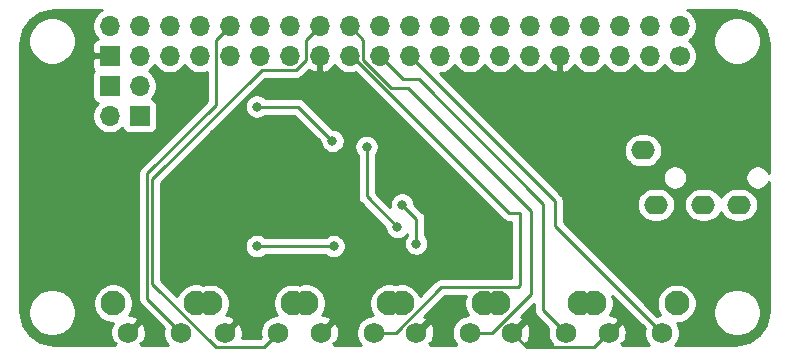
<source format=gbr>
%TF.GenerationSoftware,KiCad,Pcbnew,5.1.10*%
%TF.CreationDate,2022-04-13T10:23:53+12:00*%
%TF.ProjectId,odsk,6f64736b-2e6b-4696-9361-645f70636258,rev?*%
%TF.SameCoordinates,Original*%
%TF.FileFunction,Copper,L2,Bot*%
%TF.FilePolarity,Positive*%
%FSLAX46Y46*%
G04 Gerber Fmt 4.6, Leading zero omitted, Abs format (unit mm)*
G04 Created by KiCad (PCBNEW 5.1.10) date 2022-04-13 10:23:53*
%MOMM*%
%LPD*%
G01*
G04 APERTURE LIST*
%TA.AperFunction,ComponentPad*%
%ADD10O,2.000000X1.600000*%
%TD*%
%TA.AperFunction,ComponentPad*%
%ADD11C,2.100000*%
%TD*%
%TA.AperFunction,ComponentPad*%
%ADD12C,1.750000*%
%TD*%
%TA.AperFunction,ComponentPad*%
%ADD13O,1.700000X1.700000*%
%TD*%
%TA.AperFunction,ComponentPad*%
%ADD14C,1.700000*%
%TD*%
%TA.AperFunction,ComponentPad*%
%ADD15R,1.700000X1.700000*%
%TD*%
%TA.AperFunction,ViaPad*%
%ADD16C,0.800000*%
%TD*%
%TA.AperFunction,Conductor*%
%ADD17C,0.250000*%
%TD*%
%TA.AperFunction,Conductor*%
%ADD18C,0.254000*%
%TD*%
%TA.AperFunction,Conductor*%
%ADD19C,0.100000*%
%TD*%
G04 APERTURE END LIST*
D10*
%TO.P,AV_OUTPUT1,Sleeve*%
%TO.N,Net-(AV_OUTPUT1-PadSleeve)*%
X202100000Y-130500000D03*
%TO.P,AV_OUTPUT1,Tip*%
%TO.N,/audio_dac_PCM5102a/lrout*%
X203200000Y-135100000D03*
%TO.P,AV_OUTPUT1,Ring2*%
%TO.N,/audio_dac_PCM5102a/rout*%
X210200000Y-135100000D03*
%TO.P,AV_OUTPUT1,Ring1*%
%TO.N,Net-(AV_OUTPUT1-PadRing1)*%
X207200000Y-135100000D03*
%TD*%
D11*
%TO.P,VOL_UP1,*%
%TO.N,*%
X164250000Y-143454000D03*
D12*
%TO.P,VOL_UP1,1*%
%TO.N,Net-(PI_ZERO1-Pad32)*%
X163000000Y-145944000D03*
%TO.P,VOL_UP1,2*%
%TO.N,GND*%
X158500000Y-145944000D03*
D11*
%TO.P,VOL_UP1,*%
%TO.N,*%
X157240000Y-143454000D03*
%TD*%
%TO.P,VOL_DOWN1,*%
%TO.N,*%
X189792000Y-143454000D03*
D12*
%TO.P,VOL_DOWN1,2*%
%TO.N,GND*%
X191052000Y-145944000D03*
%TO.P,VOL_DOWN1,1*%
%TO.N,Net-(PI_ZERO1-Pad21)*%
X195552000Y-145944000D03*
D11*
%TO.P,VOL_DOWN1,*%
%TO.N,*%
X196802000Y-143454000D03*
%TD*%
%TO.P,OMNI1,*%
%TO.N,*%
X188674000Y-143454000D03*
D12*
%TO.P,OMNI1,1*%
%TO.N,Net-(OMNI1-Pad1)*%
X187424000Y-145944000D03*
%TO.P,OMNI1,2*%
%TO.N,GND*%
X182924000Y-145944000D03*
D11*
%TO.P,OMNI1,*%
%TO.N,*%
X181664000Y-143454000D03*
%TD*%
D13*
%TO.P,PI_ZERO1,6*%
%TO.N,GND*%
X200120000Y-119960000D03*
%TO.P,PI_ZERO1,3*%
%TO.N,Net-(PI_ZERO1-Pad3)*%
X202660000Y-122500000D03*
%TO.P,PI_ZERO1,15*%
%TO.N,Net-(PI_ZERO1-Pad15)*%
X187420000Y-122500000D03*
%TO.P,PI_ZERO1,16*%
%TO.N,Net-(PI_ZERO1-Pad16)*%
X187420000Y-119960000D03*
%TO.P,PI_ZERO1,4*%
%TO.N,Net-(PI_ZERO1-Pad4)*%
X202660000Y-119960000D03*
%TO.P,PI_ZERO1,5*%
%TO.N,Net-(PI_ZERO1-Pad5)*%
X200120000Y-122500000D03*
%TO.P,PI_ZERO1,2*%
%TO.N,Net-(P1-PadA4)*%
X205200000Y-119960000D03*
D14*
%TO.P,PI_ZERO1,1*%
%TO.N,Net-(PI_ZERO1-Pad1)*%
X205200000Y-122500000D03*
D13*
%TO.P,PI_ZERO1,23*%
%TO.N,Net-(PI_ZERO1-Pad23)*%
X177260000Y-122500000D03*
%TO.P,PI_ZERO1,24*%
%TO.N,Net-(OMNI1-Pad1)*%
X177260000Y-119960000D03*
%TO.P,PI_ZERO1,11*%
%TO.N,Net-(PI_ZERO1-Pad11)*%
X192500000Y-122500000D03*
%TO.P,PI_ZERO1,12*%
%TO.N,/audio_dac_PCM5102a/bck*%
X192500000Y-119960000D03*
%TO.P,PI_ZERO1,27*%
%TO.N,Net-(PI_ZERO1-Pad27)*%
X172180000Y-122500000D03*
%TO.P,PI_ZERO1,28*%
%TO.N,Net-(PI_ZERO1-Pad28)*%
X172180000Y-119960000D03*
%TO.P,PI_ZERO1,13*%
%TO.N,Net-(PI_ZERO1-Pad13)*%
X189960000Y-122500000D03*
%TO.P,PI_ZERO1,14*%
%TO.N,GND*%
X189960000Y-119960000D03*
%TO.P,PI_ZERO1,9*%
X195040000Y-122500000D03*
%TO.P,PI_ZERO1,10*%
%TO.N,Net-(PI_ZERO1-Pad10)*%
X195040000Y-119960000D03*
%TO.P,PI_ZERO1,19*%
%TO.N,Net-(PI_ZERO1-Pad19)*%
X182340000Y-122500000D03*
%TO.P,PI_ZERO1,20*%
%TO.N,GND*%
X182340000Y-119960000D03*
%TO.P,PI_ZERO1,37*%
%TO.N,Net-(PI_ZERO1-Pad37)*%
X159480000Y-122500000D03*
%TO.P,PI_ZERO1,38*%
%TO.N,Net-(PI_ZERO1-Pad38)*%
X159480000Y-119960000D03*
%TO.P,PI_ZERO1,33*%
%TO.N,Net-(PI_ZERO1-Pad33)*%
X164560000Y-122500000D03*
%TO.P,PI_ZERO1,34*%
%TO.N,GND*%
X164560000Y-119960000D03*
%TO.P,PI_ZERO1,35*%
%TO.N,/audio_dac_PCM5102a/lrck*%
X162020000Y-122500000D03*
%TO.P,PI_ZERO1,36*%
%TO.N,Net-(PI_ZERO1-Pad36)*%
X162020000Y-119960000D03*
%TO.P,PI_ZERO1,17*%
%TO.N,Net-(PI_ZERO1-Pad17)*%
X184880000Y-122500000D03*
%TO.P,PI_ZERO1,18*%
%TO.N,Net-(PI_ZERO1-Pad18)*%
X184880000Y-119960000D03*
%TO.P,PI_ZERO1,31*%
%TO.N,Net-(PI_ZERO1-Pad31)*%
X167100000Y-122500000D03*
%TO.P,PI_ZERO1,32*%
%TO.N,Net-(PI_ZERO1-Pad32)*%
X167100000Y-119960000D03*
%TO.P,PI_ZERO1,7*%
%TO.N,Net-(PI_ZERO1-Pad7)*%
X197580000Y-122500000D03*
%TO.P,PI_ZERO1,8*%
%TO.N,Net-(PI_ZERO1-Pad8)*%
X197580000Y-119960000D03*
%TO.P,PI_ZERO1,29*%
%TO.N,Net-(PI_ZERO1-Pad29)*%
X169640000Y-122500000D03*
%TO.P,PI_ZERO1,30*%
%TO.N,GND*%
X169640000Y-119960000D03*
%TO.P,PI_ZERO1,21*%
%TO.N,Net-(PI_ZERO1-Pad21)*%
X179800000Y-122500000D03*
%TO.P,PI_ZERO1,22*%
%TO.N,Net-(PI_ZERO1-Pad22)*%
X179800000Y-119960000D03*
%TO.P,PI_ZERO1,25*%
%TO.N,GND*%
X174720000Y-122500000D03*
%TO.P,PI_ZERO1,26*%
%TO.N,Net-(PI_ZERO1-Pad26)*%
X174720000Y-119960000D03*
D15*
%TO.P,PI_ZERO1,39*%
%TO.N,GND*%
X156940000Y-122500000D03*
D13*
%TO.P,PI_ZERO1,40*%
%TO.N,/audio_dac_PCM5102a/din*%
X156940000Y-119960000D03*
D15*
%TO.P,PI_ZERO1,*%
%TO.N,*%
X156940000Y-125040000D03*
%TO.P,PI_ZERO1,41*%
%TO.N,Net-(AV_OUTPUT1-PadSleeve)*%
X159480000Y-127580000D03*
D13*
%TO.P,PI_ZERO1,42*%
%TO.N,Net-(AV_OUTPUT1-PadRing1)*%
X156940000Y-127580000D03*
%TO.P,PI_ZERO1,*%
%TO.N,*%
X159480000Y-125040000D03*
%TD*%
D11*
%TO.P,SKIP_PREV1,*%
%TO.N,*%
X165440000Y-143460000D03*
D12*
%TO.P,SKIP_PREV1,2*%
%TO.N,GND*%
X166700000Y-145950000D03*
%TO.P,SKIP_PREV1,1*%
%TO.N,Net-(PI_ZERO1-Pad26)*%
X171200000Y-145950000D03*
D11*
%TO.P,SKIP_PREV1,*%
%TO.N,*%
X172450000Y-143460000D03*
%TD*%
%TO.P,SKIP_NEXT1,*%
%TO.N,*%
X173590000Y-143454000D03*
D12*
%TO.P,SKIP_NEXT1,2*%
%TO.N,GND*%
X174850000Y-145944000D03*
%TO.P,SKIP_NEXT1,1*%
%TO.N,Net-(PI_ZERO1-Pad23)*%
X179350000Y-145944000D03*
D11*
%TO.P,SKIP_NEXT1,*%
%TO.N,*%
X180600000Y-143454000D03*
%TD*%
%TO.P,PLAY_PAUSE1,*%
%TO.N,*%
X204950000Y-143460000D03*
D12*
%TO.P,PLAY_PAUSE1,1*%
%TO.N,Net-(PI_ZERO1-Pad19)*%
X203700000Y-145950000D03*
%TO.P,PLAY_PAUSE1,2*%
%TO.N,GND*%
X199200000Y-145950000D03*
D11*
%TO.P,PLAY_PAUSE1,*%
%TO.N,*%
X197940000Y-143460000D03*
%TD*%
D16*
%TO.N,GND*%
X187100000Y-135000000D03*
X162500000Y-135700000D03*
X168400000Y-137500000D03*
X174600000Y-135825038D03*
X173950000Y-130000000D03*
X196700000Y-128500000D03*
X196750000Y-132750000D03*
X165800000Y-129100000D03*
X191000000Y-124250000D03*
%TO.N,+5V*%
X181700000Y-135100038D03*
X182900000Y-138400000D03*
%TO.N,3.3v*%
X181300000Y-137000000D03*
X178700000Y-130200000D03*
X175800000Y-129700000D03*
X169400000Y-126800000D03*
%TO.N,/audio_dac_PCM5102a/bck*%
X175900000Y-138600000D03*
X169400000Y-138600000D03*
%TD*%
D17*
%TO.N,GND*%
X197979999Y-147144001D02*
X199180000Y-145944000D01*
X192252001Y-147144001D02*
X197979999Y-147144001D01*
X191052000Y-145944000D02*
X192252001Y-147144001D01*
X167099999Y-145512001D02*
X166668000Y-145944000D01*
X196700000Y-132700000D02*
X196750000Y-132750000D01*
X196700000Y-128500000D02*
X196700000Y-132700000D01*
X166700000Y-130000000D02*
X165800000Y-129100000D01*
X173950000Y-130000000D02*
X166700000Y-130000000D01*
%TO.N,Net-(OMNI1-Pad1)*%
X189337002Y-145944000D02*
X192600000Y-142681002D01*
X187424000Y-145944000D02*
X189337002Y-145944000D01*
X192600000Y-142681002D02*
X192600000Y-135600000D01*
X192600000Y-135600000D02*
X182200000Y-125200000D01*
X178435001Y-121135001D02*
X177260000Y-119960000D01*
X178435001Y-122874003D02*
X178435001Y-121135001D01*
X180760998Y-125200000D02*
X178435001Y-122874003D01*
X182200000Y-125200000D02*
X180760998Y-125200000D01*
%TO.N,Net-(PI_ZERO1-Pad23)*%
X185012999Y-142078999D02*
X191478999Y-142078999D01*
X181147998Y-145944000D02*
X185012999Y-142078999D01*
X179350000Y-145944000D02*
X181147998Y-145944000D01*
X191478999Y-142078999D02*
X191650000Y-141907998D01*
X191650000Y-141907998D02*
X191650000Y-135800000D01*
X177424588Y-122500000D02*
X177260000Y-122500000D01*
X190724588Y-135800000D02*
X177424588Y-122500000D01*
X191650000Y-135800000D02*
X190724588Y-135800000D01*
%TO.N,Net-(PI_ZERO1-Pad19)*%
X203700000Y-145950000D02*
X194650000Y-136900000D01*
X194650000Y-134810000D02*
X182340000Y-122500000D01*
X194650000Y-136900000D02*
X194650000Y-134810000D01*
%TO.N,Net-(PI_ZERO1-Pad32)*%
X160100000Y-143044000D02*
X163000000Y-145944000D01*
X160100000Y-132450000D02*
X160100000Y-143044000D01*
X165924999Y-126625001D02*
X160100000Y-132450000D01*
X165924999Y-121135001D02*
X165924999Y-126625001D01*
X167100000Y-119960000D02*
X165924999Y-121135001D01*
%TO.N,Net-(PI_ZERO1-Pad21)*%
X195552000Y-145944000D02*
X193650000Y-144042000D01*
X193650000Y-144042000D02*
X193650000Y-135050000D01*
X193650000Y-135050000D02*
X183100000Y-124500000D01*
X181800000Y-124500000D02*
X179800000Y-122500000D01*
X183100000Y-124500000D02*
X181800000Y-124500000D01*
%TO.N,Net-(PI_ZERO1-Pad26)*%
X173544999Y-121135001D02*
X174720000Y-119960000D01*
X172744001Y-123675001D02*
X173544999Y-122874003D01*
X169824999Y-123675001D02*
X172744001Y-123675001D01*
X173544999Y-122874003D02*
X173544999Y-121135001D01*
X160550000Y-141789002D02*
X160550000Y-132950000D01*
X160550000Y-132950000D02*
X169824999Y-123675001D01*
X169999999Y-147150001D02*
X165910999Y-147150001D01*
X165910999Y-147150001D02*
X160550000Y-141789002D01*
X171200000Y-145950000D02*
X169999999Y-147150001D01*
%TO.N,+5V*%
X182900000Y-136300038D02*
X182900000Y-138400000D01*
X181700000Y-135100038D02*
X182900000Y-136300038D01*
%TO.N,3.3v*%
X178700000Y-134400000D02*
X178700000Y-130200000D01*
X181300000Y-137000000D02*
X178700000Y-134400000D01*
X172900000Y-126800000D02*
X169400000Y-126800000D01*
X175800000Y-129700000D02*
X172900000Y-126800000D01*
%TO.N,/audio_dac_PCM5102a/bck*%
X175900000Y-138600000D02*
X169400000Y-138600000D01*
%TD*%
D18*
%TO.N,GND*%
X202237530Y-145562332D02*
X202190000Y-145801278D01*
X202190000Y-146098722D01*
X202248029Y-146390451D01*
X202361856Y-146665253D01*
X202527107Y-146912569D01*
X202578019Y-146963481D01*
X200331445Y-146963481D01*
X200362267Y-146932659D01*
X200246242Y-146816634D01*
X200497868Y-146735975D01*
X200626267Y-146467671D01*
X200699855Y-146179474D01*
X200715804Y-145882457D01*
X200673501Y-145588037D01*
X200574572Y-145307526D01*
X200497868Y-145164025D01*
X200246240Y-145083365D01*
X199379605Y-145950000D01*
X199393748Y-145964143D01*
X199214143Y-146143748D01*
X199200000Y-146129605D01*
X199185858Y-146143748D01*
X199006253Y-145964143D01*
X199020395Y-145950000D01*
X199006253Y-145935858D01*
X199185858Y-145756253D01*
X199200000Y-145770395D01*
X200066635Y-144903760D01*
X199985975Y-144652132D01*
X199717671Y-144523733D01*
X199429474Y-144450145D01*
X199309252Y-144443689D01*
X199433228Y-144258147D01*
X199560246Y-143951496D01*
X199625000Y-143625958D01*
X199625000Y-143294042D01*
X199560246Y-142968504D01*
X199501234Y-142826036D01*
X202237530Y-145562332D01*
%TA.AperFunction,Conductor*%
D19*
G36*
X202237530Y-145562332D02*
G01*
X202190000Y-145801278D01*
X202190000Y-146098722D01*
X202248029Y-146390451D01*
X202361856Y-146665253D01*
X202527107Y-146912569D01*
X202578019Y-146963481D01*
X200331445Y-146963481D01*
X200362267Y-146932659D01*
X200246242Y-146816634D01*
X200497868Y-146735975D01*
X200626267Y-146467671D01*
X200699855Y-146179474D01*
X200715804Y-145882457D01*
X200673501Y-145588037D01*
X200574572Y-145307526D01*
X200497868Y-145164025D01*
X200246240Y-145083365D01*
X199379605Y-145950000D01*
X199393748Y-145964143D01*
X199214143Y-146143748D01*
X199200000Y-146129605D01*
X199185858Y-146143748D01*
X199006253Y-145964143D01*
X199020395Y-145950000D01*
X199006253Y-145935858D01*
X199185858Y-145756253D01*
X199200000Y-145770395D01*
X200066635Y-144903760D01*
X199985975Y-144652132D01*
X199717671Y-144523733D01*
X199429474Y-144450145D01*
X199309252Y-144443689D01*
X199433228Y-144258147D01*
X199560246Y-143951496D01*
X199625000Y-143625958D01*
X199625000Y-143294042D01*
X199560246Y-142968504D01*
X199501234Y-142826036D01*
X202237530Y-145562332D01*
G37*
%TD.AperFunction*%
D18*
X187053754Y-142962504D02*
X186989000Y-143288042D01*
X186989000Y-143619958D01*
X187053754Y-143945496D01*
X187180772Y-144252147D01*
X187302283Y-144434000D01*
X187275278Y-144434000D01*
X186983549Y-144492029D01*
X186708747Y-144605856D01*
X186461431Y-144771107D01*
X186251107Y-144981431D01*
X186085856Y-145228747D01*
X185972029Y-145503549D01*
X185914000Y-145795278D01*
X185914000Y-146092722D01*
X185972029Y-146384451D01*
X186085856Y-146659253D01*
X186251107Y-146906569D01*
X186308019Y-146963481D01*
X184049445Y-146963481D01*
X184086267Y-146926659D01*
X183970242Y-146810634D01*
X184221868Y-146729975D01*
X184350267Y-146461671D01*
X184423855Y-146173474D01*
X184439804Y-145876457D01*
X184397501Y-145582037D01*
X184298572Y-145301526D01*
X184221868Y-145158025D01*
X183970240Y-145077365D01*
X183103605Y-145944000D01*
X183117748Y-145958143D01*
X182938143Y-146137748D01*
X182924000Y-146123605D01*
X182909858Y-146137748D01*
X182730253Y-145958143D01*
X182744395Y-145944000D01*
X182730253Y-145929858D01*
X182909858Y-145750253D01*
X182924000Y-145764395D01*
X183790635Y-144897760D01*
X183709975Y-144646132D01*
X183581940Y-144584860D01*
X185327801Y-142838999D01*
X187104911Y-142838999D01*
X187053754Y-142962504D01*
%TA.AperFunction,Conductor*%
D19*
G36*
X187053754Y-142962504D02*
G01*
X186989000Y-143288042D01*
X186989000Y-143619958D01*
X187053754Y-143945496D01*
X187180772Y-144252147D01*
X187302283Y-144434000D01*
X187275278Y-144434000D01*
X186983549Y-144492029D01*
X186708747Y-144605856D01*
X186461431Y-144771107D01*
X186251107Y-144981431D01*
X186085856Y-145228747D01*
X185972029Y-145503549D01*
X185914000Y-145795278D01*
X185914000Y-146092722D01*
X185972029Y-146384451D01*
X186085856Y-146659253D01*
X186251107Y-146906569D01*
X186308019Y-146963481D01*
X184049445Y-146963481D01*
X184086267Y-146926659D01*
X183970242Y-146810634D01*
X184221868Y-146729975D01*
X184350267Y-146461671D01*
X184423855Y-146173474D01*
X184439804Y-145876457D01*
X184397501Y-145582037D01*
X184298572Y-145301526D01*
X184221868Y-145158025D01*
X183970240Y-145077365D01*
X183103605Y-145944000D01*
X183117748Y-145958143D01*
X182938143Y-146137748D01*
X182924000Y-146123605D01*
X182909858Y-146137748D01*
X182730253Y-145958143D01*
X182744395Y-145944000D01*
X182730253Y-145929858D01*
X182909858Y-145750253D01*
X182924000Y-145764395D01*
X183790635Y-144897760D01*
X183709975Y-144646132D01*
X183581940Y-144584860D01*
X185327801Y-142838999D01*
X187104911Y-142838999D01*
X187053754Y-142962504D01*
G37*
%TD.AperFunction*%
D18*
X211083637Y-118846037D02*
X211956452Y-119433549D01*
X212543964Y-120306364D01*
X212775219Y-121457475D01*
X212775219Y-132449802D01*
X212717205Y-132309744D01*
X212603937Y-132140226D01*
X212459774Y-131996063D01*
X212290256Y-131882795D01*
X212101898Y-131804774D01*
X211901939Y-131765000D01*
X211698061Y-131765000D01*
X211498102Y-131804774D01*
X211309744Y-131882795D01*
X211140226Y-131996063D01*
X210996063Y-132140226D01*
X210882795Y-132309744D01*
X210804774Y-132498102D01*
X210765000Y-132698061D01*
X210765000Y-132901939D01*
X210804774Y-133101898D01*
X210882795Y-133290256D01*
X210996063Y-133459774D01*
X211140226Y-133603937D01*
X211309744Y-133717205D01*
X211498102Y-133795226D01*
X211698061Y-133835000D01*
X211901939Y-133835000D01*
X212101898Y-133795226D01*
X212290256Y-133717205D01*
X212459774Y-133603937D01*
X212603937Y-133459774D01*
X212717205Y-133290256D01*
X212775220Y-133150198D01*
X212775220Y-144120782D01*
X212543964Y-145271898D01*
X211956452Y-146144713D01*
X211083637Y-146732225D01*
X209932525Y-146963481D01*
X204821981Y-146963481D01*
X204872893Y-146912569D01*
X205038144Y-146665253D01*
X205151971Y-146390451D01*
X205210000Y-146098722D01*
X205210000Y-145801278D01*
X205151971Y-145509549D01*
X205038144Y-145234747D01*
X204978177Y-145145000D01*
X205115958Y-145145000D01*
X205441496Y-145080246D01*
X205748147Y-144953228D01*
X206024125Y-144768825D01*
X206258825Y-144534125D01*
X206443228Y-144258147D01*
X206536887Y-144032032D01*
X208060000Y-144032032D01*
X208060000Y-144427968D01*
X208137243Y-144816296D01*
X208288761Y-145182092D01*
X208508731Y-145511301D01*
X208788699Y-145791269D01*
X209117908Y-146011239D01*
X209483704Y-146162757D01*
X209872032Y-146240000D01*
X210267968Y-146240000D01*
X210656296Y-146162757D01*
X211022092Y-146011239D01*
X211351301Y-145791269D01*
X211631269Y-145511301D01*
X211851239Y-145182092D01*
X212002757Y-144816296D01*
X212080000Y-144427968D01*
X212080000Y-144032032D01*
X212002757Y-143643704D01*
X211851239Y-143277908D01*
X211631269Y-142948699D01*
X211351301Y-142668731D01*
X211022092Y-142448761D01*
X210656296Y-142297243D01*
X210267968Y-142220000D01*
X209872032Y-142220000D01*
X209483704Y-142297243D01*
X209117908Y-142448761D01*
X208788699Y-142668731D01*
X208508731Y-142948699D01*
X208288761Y-143277908D01*
X208137243Y-143643704D01*
X208060000Y-144032032D01*
X206536887Y-144032032D01*
X206570246Y-143951496D01*
X206635000Y-143625958D01*
X206635000Y-143294042D01*
X206570246Y-142968504D01*
X206443228Y-142661853D01*
X206258825Y-142385875D01*
X206024125Y-142151175D01*
X205748147Y-141966772D01*
X205441496Y-141839754D01*
X205115958Y-141775000D01*
X204784042Y-141775000D01*
X204458504Y-141839754D01*
X204151853Y-141966772D01*
X203875875Y-142151175D01*
X203641175Y-142385875D01*
X203456772Y-142661853D01*
X203329754Y-142968504D01*
X203265000Y-143294042D01*
X203265000Y-143625958D01*
X203329754Y-143951496D01*
X203456772Y-144258147D01*
X203578283Y-144440000D01*
X203551278Y-144440000D01*
X203312332Y-144487530D01*
X195410000Y-136585199D01*
X195410000Y-135100000D01*
X201558057Y-135100000D01*
X201585764Y-135381309D01*
X201667818Y-135651808D01*
X201801068Y-135901101D01*
X201980392Y-136119608D01*
X202198899Y-136298932D01*
X202448192Y-136432182D01*
X202718691Y-136514236D01*
X202929508Y-136535000D01*
X203470492Y-136535000D01*
X203681309Y-136514236D01*
X203951808Y-136432182D01*
X204201101Y-136298932D01*
X204419608Y-136119608D01*
X204598932Y-135901101D01*
X204732182Y-135651808D01*
X204814236Y-135381309D01*
X204841943Y-135100000D01*
X205558057Y-135100000D01*
X205585764Y-135381309D01*
X205667818Y-135651808D01*
X205801068Y-135901101D01*
X205980392Y-136119608D01*
X206198899Y-136298932D01*
X206448192Y-136432182D01*
X206718691Y-136514236D01*
X206929508Y-136535000D01*
X207470492Y-136535000D01*
X207681309Y-136514236D01*
X207951808Y-136432182D01*
X208201101Y-136298932D01*
X208419608Y-136119608D01*
X208598932Y-135901101D01*
X208700000Y-135712016D01*
X208801068Y-135901101D01*
X208980392Y-136119608D01*
X209198899Y-136298932D01*
X209448192Y-136432182D01*
X209718691Y-136514236D01*
X209929508Y-136535000D01*
X210470492Y-136535000D01*
X210681309Y-136514236D01*
X210951808Y-136432182D01*
X211201101Y-136298932D01*
X211419608Y-136119608D01*
X211598932Y-135901101D01*
X211732182Y-135651808D01*
X211814236Y-135381309D01*
X211841943Y-135100000D01*
X211814236Y-134818691D01*
X211732182Y-134548192D01*
X211598932Y-134298899D01*
X211419608Y-134080392D01*
X211201101Y-133901068D01*
X210951808Y-133767818D01*
X210681309Y-133685764D01*
X210470492Y-133665000D01*
X209929508Y-133665000D01*
X209718691Y-133685764D01*
X209448192Y-133767818D01*
X209198899Y-133901068D01*
X208980392Y-134080392D01*
X208801068Y-134298899D01*
X208700000Y-134487984D01*
X208598932Y-134298899D01*
X208419608Y-134080392D01*
X208201101Y-133901068D01*
X207951808Y-133767818D01*
X207681309Y-133685764D01*
X207470492Y-133665000D01*
X206929508Y-133665000D01*
X206718691Y-133685764D01*
X206448192Y-133767818D01*
X206198899Y-133901068D01*
X205980392Y-134080392D01*
X205801068Y-134298899D01*
X205667818Y-134548192D01*
X205585764Y-134818691D01*
X205558057Y-135100000D01*
X204841943Y-135100000D01*
X204814236Y-134818691D01*
X204732182Y-134548192D01*
X204598932Y-134298899D01*
X204419608Y-134080392D01*
X204201101Y-133901068D01*
X203951808Y-133767818D01*
X203681309Y-133685764D01*
X203470492Y-133665000D01*
X202929508Y-133665000D01*
X202718691Y-133685764D01*
X202448192Y-133767818D01*
X202198899Y-133901068D01*
X201980392Y-134080392D01*
X201801068Y-134298899D01*
X201667818Y-134548192D01*
X201585764Y-134818691D01*
X201558057Y-135100000D01*
X195410000Y-135100000D01*
X195410000Y-134847323D01*
X195413676Y-134810000D01*
X195410000Y-134772677D01*
X195410000Y-134772667D01*
X195399003Y-134661014D01*
X195355546Y-134517753D01*
X195312560Y-134437333D01*
X195284974Y-134385723D01*
X195213799Y-134298997D01*
X195190001Y-134269999D01*
X195161003Y-134246201D01*
X193612863Y-132698061D01*
X203765000Y-132698061D01*
X203765000Y-132901939D01*
X203804774Y-133101898D01*
X203882795Y-133290256D01*
X203996063Y-133459774D01*
X204140226Y-133603937D01*
X204309744Y-133717205D01*
X204498102Y-133795226D01*
X204698061Y-133835000D01*
X204901939Y-133835000D01*
X205101898Y-133795226D01*
X205290256Y-133717205D01*
X205459774Y-133603937D01*
X205603937Y-133459774D01*
X205717205Y-133290256D01*
X205795226Y-133101898D01*
X205835000Y-132901939D01*
X205835000Y-132698061D01*
X205795226Y-132498102D01*
X205717205Y-132309744D01*
X205603937Y-132140226D01*
X205459774Y-131996063D01*
X205290256Y-131882795D01*
X205101898Y-131804774D01*
X204901939Y-131765000D01*
X204698061Y-131765000D01*
X204498102Y-131804774D01*
X204309744Y-131882795D01*
X204140226Y-131996063D01*
X203996063Y-132140226D01*
X203882795Y-132309744D01*
X203804774Y-132498102D01*
X203765000Y-132698061D01*
X193612863Y-132698061D01*
X191414802Y-130500000D01*
X200458057Y-130500000D01*
X200485764Y-130781309D01*
X200567818Y-131051808D01*
X200701068Y-131301101D01*
X200880392Y-131519608D01*
X201098899Y-131698932D01*
X201348192Y-131832182D01*
X201618691Y-131914236D01*
X201829508Y-131935000D01*
X202370492Y-131935000D01*
X202581309Y-131914236D01*
X202851808Y-131832182D01*
X203101101Y-131698932D01*
X203319608Y-131519608D01*
X203498932Y-131301101D01*
X203632182Y-131051808D01*
X203714236Y-130781309D01*
X203741943Y-130500000D01*
X203714236Y-130218691D01*
X203632182Y-129948192D01*
X203498932Y-129698899D01*
X203319608Y-129480392D01*
X203101101Y-129301068D01*
X202851808Y-129167818D01*
X202581309Y-129085764D01*
X202370492Y-129065000D01*
X201829508Y-129065000D01*
X201618691Y-129085764D01*
X201348192Y-129167818D01*
X201098899Y-129301068D01*
X200880392Y-129480392D01*
X200701068Y-129698899D01*
X200567818Y-129948192D01*
X200485764Y-130218691D01*
X200458057Y-130500000D01*
X191414802Y-130500000D01*
X184899801Y-123985000D01*
X185026260Y-123985000D01*
X185313158Y-123927932D01*
X185583411Y-123815990D01*
X185826632Y-123653475D01*
X186033475Y-123446632D01*
X186150000Y-123272240D01*
X186266525Y-123446632D01*
X186473368Y-123653475D01*
X186716589Y-123815990D01*
X186986842Y-123927932D01*
X187273740Y-123985000D01*
X187566260Y-123985000D01*
X187853158Y-123927932D01*
X188123411Y-123815990D01*
X188366632Y-123653475D01*
X188573475Y-123446632D01*
X188690000Y-123272240D01*
X188806525Y-123446632D01*
X189013368Y-123653475D01*
X189256589Y-123815990D01*
X189526842Y-123927932D01*
X189813740Y-123985000D01*
X190106260Y-123985000D01*
X190393158Y-123927932D01*
X190663411Y-123815990D01*
X190906632Y-123653475D01*
X191113475Y-123446632D01*
X191230000Y-123272240D01*
X191346525Y-123446632D01*
X191553368Y-123653475D01*
X191796589Y-123815990D01*
X192066842Y-123927932D01*
X192353740Y-123985000D01*
X192646260Y-123985000D01*
X192933158Y-123927932D01*
X193203411Y-123815990D01*
X193446632Y-123653475D01*
X193653475Y-123446632D01*
X193775195Y-123264466D01*
X193844822Y-123381355D01*
X194039731Y-123597588D01*
X194273080Y-123771641D01*
X194535901Y-123896825D01*
X194683110Y-123941476D01*
X194913000Y-123820155D01*
X194913000Y-122627000D01*
X194893000Y-122627000D01*
X194893000Y-122373000D01*
X194913000Y-122373000D01*
X194913000Y-122353000D01*
X195167000Y-122353000D01*
X195167000Y-122373000D01*
X195187000Y-122373000D01*
X195187000Y-122627000D01*
X195167000Y-122627000D01*
X195167000Y-123820155D01*
X195396890Y-123941476D01*
X195544099Y-123896825D01*
X195806920Y-123771641D01*
X196040269Y-123597588D01*
X196235178Y-123381355D01*
X196304805Y-123264466D01*
X196426525Y-123446632D01*
X196633368Y-123653475D01*
X196876589Y-123815990D01*
X197146842Y-123927932D01*
X197433740Y-123985000D01*
X197726260Y-123985000D01*
X198013158Y-123927932D01*
X198283411Y-123815990D01*
X198526632Y-123653475D01*
X198733475Y-123446632D01*
X198850000Y-123272240D01*
X198966525Y-123446632D01*
X199173368Y-123653475D01*
X199416589Y-123815990D01*
X199686842Y-123927932D01*
X199973740Y-123985000D01*
X200266260Y-123985000D01*
X200553158Y-123927932D01*
X200823411Y-123815990D01*
X201066632Y-123653475D01*
X201273475Y-123446632D01*
X201390000Y-123272240D01*
X201506525Y-123446632D01*
X201713368Y-123653475D01*
X201956589Y-123815990D01*
X202226842Y-123927932D01*
X202513740Y-123985000D01*
X202806260Y-123985000D01*
X203093158Y-123927932D01*
X203363411Y-123815990D01*
X203606632Y-123653475D01*
X203813475Y-123446632D01*
X203930000Y-123272240D01*
X204046525Y-123446632D01*
X204253368Y-123653475D01*
X204496589Y-123815990D01*
X204766842Y-123927932D01*
X205053740Y-123985000D01*
X205346260Y-123985000D01*
X205633158Y-123927932D01*
X205903411Y-123815990D01*
X206146632Y-123653475D01*
X206353475Y-123446632D01*
X206515990Y-123203411D01*
X206627932Y-122933158D01*
X206685000Y-122646260D01*
X206685000Y-122353740D01*
X206627932Y-122066842D01*
X206515990Y-121796589D01*
X206353475Y-121553368D01*
X206146632Y-121346525D01*
X205972240Y-121230000D01*
X206146632Y-121113475D01*
X206228075Y-121032032D01*
X208060000Y-121032032D01*
X208060000Y-121427968D01*
X208137243Y-121816296D01*
X208288761Y-122182092D01*
X208508731Y-122511301D01*
X208788699Y-122791269D01*
X209117908Y-123011239D01*
X209483704Y-123162757D01*
X209872032Y-123240000D01*
X210267968Y-123240000D01*
X210656296Y-123162757D01*
X211022092Y-123011239D01*
X211351301Y-122791269D01*
X211631269Y-122511301D01*
X211851239Y-122182092D01*
X212002757Y-121816296D01*
X212080000Y-121427968D01*
X212080000Y-121032032D01*
X212002757Y-120643704D01*
X211851239Y-120277908D01*
X211631269Y-119948699D01*
X211351301Y-119668731D01*
X211022092Y-119448761D01*
X210656296Y-119297243D01*
X210267968Y-119220000D01*
X209872032Y-119220000D01*
X209483704Y-119297243D01*
X209117908Y-119448761D01*
X208788699Y-119668731D01*
X208508731Y-119948699D01*
X208288761Y-120277908D01*
X208137243Y-120643704D01*
X208060000Y-121032032D01*
X206228075Y-121032032D01*
X206353475Y-120906632D01*
X206515990Y-120663411D01*
X206627932Y-120393158D01*
X206685000Y-120106260D01*
X206685000Y-119813740D01*
X206627932Y-119526842D01*
X206515990Y-119256589D01*
X206353475Y-119013368D01*
X206146632Y-118806525D01*
X205903411Y-118644010D01*
X205832846Y-118614781D01*
X209932525Y-118614781D01*
X211083637Y-118846037D01*
%TA.AperFunction,Conductor*%
D19*
G36*
X211083637Y-118846037D02*
G01*
X211956452Y-119433549D01*
X212543964Y-120306364D01*
X212775219Y-121457475D01*
X212775219Y-132449802D01*
X212717205Y-132309744D01*
X212603937Y-132140226D01*
X212459774Y-131996063D01*
X212290256Y-131882795D01*
X212101898Y-131804774D01*
X211901939Y-131765000D01*
X211698061Y-131765000D01*
X211498102Y-131804774D01*
X211309744Y-131882795D01*
X211140226Y-131996063D01*
X210996063Y-132140226D01*
X210882795Y-132309744D01*
X210804774Y-132498102D01*
X210765000Y-132698061D01*
X210765000Y-132901939D01*
X210804774Y-133101898D01*
X210882795Y-133290256D01*
X210996063Y-133459774D01*
X211140226Y-133603937D01*
X211309744Y-133717205D01*
X211498102Y-133795226D01*
X211698061Y-133835000D01*
X211901939Y-133835000D01*
X212101898Y-133795226D01*
X212290256Y-133717205D01*
X212459774Y-133603937D01*
X212603937Y-133459774D01*
X212717205Y-133290256D01*
X212775220Y-133150198D01*
X212775220Y-144120782D01*
X212543964Y-145271898D01*
X211956452Y-146144713D01*
X211083637Y-146732225D01*
X209932525Y-146963481D01*
X204821981Y-146963481D01*
X204872893Y-146912569D01*
X205038144Y-146665253D01*
X205151971Y-146390451D01*
X205210000Y-146098722D01*
X205210000Y-145801278D01*
X205151971Y-145509549D01*
X205038144Y-145234747D01*
X204978177Y-145145000D01*
X205115958Y-145145000D01*
X205441496Y-145080246D01*
X205748147Y-144953228D01*
X206024125Y-144768825D01*
X206258825Y-144534125D01*
X206443228Y-144258147D01*
X206536887Y-144032032D01*
X208060000Y-144032032D01*
X208060000Y-144427968D01*
X208137243Y-144816296D01*
X208288761Y-145182092D01*
X208508731Y-145511301D01*
X208788699Y-145791269D01*
X209117908Y-146011239D01*
X209483704Y-146162757D01*
X209872032Y-146240000D01*
X210267968Y-146240000D01*
X210656296Y-146162757D01*
X211022092Y-146011239D01*
X211351301Y-145791269D01*
X211631269Y-145511301D01*
X211851239Y-145182092D01*
X212002757Y-144816296D01*
X212080000Y-144427968D01*
X212080000Y-144032032D01*
X212002757Y-143643704D01*
X211851239Y-143277908D01*
X211631269Y-142948699D01*
X211351301Y-142668731D01*
X211022092Y-142448761D01*
X210656296Y-142297243D01*
X210267968Y-142220000D01*
X209872032Y-142220000D01*
X209483704Y-142297243D01*
X209117908Y-142448761D01*
X208788699Y-142668731D01*
X208508731Y-142948699D01*
X208288761Y-143277908D01*
X208137243Y-143643704D01*
X208060000Y-144032032D01*
X206536887Y-144032032D01*
X206570246Y-143951496D01*
X206635000Y-143625958D01*
X206635000Y-143294042D01*
X206570246Y-142968504D01*
X206443228Y-142661853D01*
X206258825Y-142385875D01*
X206024125Y-142151175D01*
X205748147Y-141966772D01*
X205441496Y-141839754D01*
X205115958Y-141775000D01*
X204784042Y-141775000D01*
X204458504Y-141839754D01*
X204151853Y-141966772D01*
X203875875Y-142151175D01*
X203641175Y-142385875D01*
X203456772Y-142661853D01*
X203329754Y-142968504D01*
X203265000Y-143294042D01*
X203265000Y-143625958D01*
X203329754Y-143951496D01*
X203456772Y-144258147D01*
X203578283Y-144440000D01*
X203551278Y-144440000D01*
X203312332Y-144487530D01*
X195410000Y-136585199D01*
X195410000Y-135100000D01*
X201558057Y-135100000D01*
X201585764Y-135381309D01*
X201667818Y-135651808D01*
X201801068Y-135901101D01*
X201980392Y-136119608D01*
X202198899Y-136298932D01*
X202448192Y-136432182D01*
X202718691Y-136514236D01*
X202929508Y-136535000D01*
X203470492Y-136535000D01*
X203681309Y-136514236D01*
X203951808Y-136432182D01*
X204201101Y-136298932D01*
X204419608Y-136119608D01*
X204598932Y-135901101D01*
X204732182Y-135651808D01*
X204814236Y-135381309D01*
X204841943Y-135100000D01*
X205558057Y-135100000D01*
X205585764Y-135381309D01*
X205667818Y-135651808D01*
X205801068Y-135901101D01*
X205980392Y-136119608D01*
X206198899Y-136298932D01*
X206448192Y-136432182D01*
X206718691Y-136514236D01*
X206929508Y-136535000D01*
X207470492Y-136535000D01*
X207681309Y-136514236D01*
X207951808Y-136432182D01*
X208201101Y-136298932D01*
X208419608Y-136119608D01*
X208598932Y-135901101D01*
X208700000Y-135712016D01*
X208801068Y-135901101D01*
X208980392Y-136119608D01*
X209198899Y-136298932D01*
X209448192Y-136432182D01*
X209718691Y-136514236D01*
X209929508Y-136535000D01*
X210470492Y-136535000D01*
X210681309Y-136514236D01*
X210951808Y-136432182D01*
X211201101Y-136298932D01*
X211419608Y-136119608D01*
X211598932Y-135901101D01*
X211732182Y-135651808D01*
X211814236Y-135381309D01*
X211841943Y-135100000D01*
X211814236Y-134818691D01*
X211732182Y-134548192D01*
X211598932Y-134298899D01*
X211419608Y-134080392D01*
X211201101Y-133901068D01*
X210951808Y-133767818D01*
X210681309Y-133685764D01*
X210470492Y-133665000D01*
X209929508Y-133665000D01*
X209718691Y-133685764D01*
X209448192Y-133767818D01*
X209198899Y-133901068D01*
X208980392Y-134080392D01*
X208801068Y-134298899D01*
X208700000Y-134487984D01*
X208598932Y-134298899D01*
X208419608Y-134080392D01*
X208201101Y-133901068D01*
X207951808Y-133767818D01*
X207681309Y-133685764D01*
X207470492Y-133665000D01*
X206929508Y-133665000D01*
X206718691Y-133685764D01*
X206448192Y-133767818D01*
X206198899Y-133901068D01*
X205980392Y-134080392D01*
X205801068Y-134298899D01*
X205667818Y-134548192D01*
X205585764Y-134818691D01*
X205558057Y-135100000D01*
X204841943Y-135100000D01*
X204814236Y-134818691D01*
X204732182Y-134548192D01*
X204598932Y-134298899D01*
X204419608Y-134080392D01*
X204201101Y-133901068D01*
X203951808Y-133767818D01*
X203681309Y-133685764D01*
X203470492Y-133665000D01*
X202929508Y-133665000D01*
X202718691Y-133685764D01*
X202448192Y-133767818D01*
X202198899Y-133901068D01*
X201980392Y-134080392D01*
X201801068Y-134298899D01*
X201667818Y-134548192D01*
X201585764Y-134818691D01*
X201558057Y-135100000D01*
X195410000Y-135100000D01*
X195410000Y-134847323D01*
X195413676Y-134810000D01*
X195410000Y-134772677D01*
X195410000Y-134772667D01*
X195399003Y-134661014D01*
X195355546Y-134517753D01*
X195312560Y-134437333D01*
X195284974Y-134385723D01*
X195213799Y-134298997D01*
X195190001Y-134269999D01*
X195161003Y-134246201D01*
X193612863Y-132698061D01*
X203765000Y-132698061D01*
X203765000Y-132901939D01*
X203804774Y-133101898D01*
X203882795Y-133290256D01*
X203996063Y-133459774D01*
X204140226Y-133603937D01*
X204309744Y-133717205D01*
X204498102Y-133795226D01*
X204698061Y-133835000D01*
X204901939Y-133835000D01*
X205101898Y-133795226D01*
X205290256Y-133717205D01*
X205459774Y-133603937D01*
X205603937Y-133459774D01*
X205717205Y-133290256D01*
X205795226Y-133101898D01*
X205835000Y-132901939D01*
X205835000Y-132698061D01*
X205795226Y-132498102D01*
X205717205Y-132309744D01*
X205603937Y-132140226D01*
X205459774Y-131996063D01*
X205290256Y-131882795D01*
X205101898Y-131804774D01*
X204901939Y-131765000D01*
X204698061Y-131765000D01*
X204498102Y-131804774D01*
X204309744Y-131882795D01*
X204140226Y-131996063D01*
X203996063Y-132140226D01*
X203882795Y-132309744D01*
X203804774Y-132498102D01*
X203765000Y-132698061D01*
X193612863Y-132698061D01*
X191414802Y-130500000D01*
X200458057Y-130500000D01*
X200485764Y-130781309D01*
X200567818Y-131051808D01*
X200701068Y-131301101D01*
X200880392Y-131519608D01*
X201098899Y-131698932D01*
X201348192Y-131832182D01*
X201618691Y-131914236D01*
X201829508Y-131935000D01*
X202370492Y-131935000D01*
X202581309Y-131914236D01*
X202851808Y-131832182D01*
X203101101Y-131698932D01*
X203319608Y-131519608D01*
X203498932Y-131301101D01*
X203632182Y-131051808D01*
X203714236Y-130781309D01*
X203741943Y-130500000D01*
X203714236Y-130218691D01*
X203632182Y-129948192D01*
X203498932Y-129698899D01*
X203319608Y-129480392D01*
X203101101Y-129301068D01*
X202851808Y-129167818D01*
X202581309Y-129085764D01*
X202370492Y-129065000D01*
X201829508Y-129065000D01*
X201618691Y-129085764D01*
X201348192Y-129167818D01*
X201098899Y-129301068D01*
X200880392Y-129480392D01*
X200701068Y-129698899D01*
X200567818Y-129948192D01*
X200485764Y-130218691D01*
X200458057Y-130500000D01*
X191414802Y-130500000D01*
X184899801Y-123985000D01*
X185026260Y-123985000D01*
X185313158Y-123927932D01*
X185583411Y-123815990D01*
X185826632Y-123653475D01*
X186033475Y-123446632D01*
X186150000Y-123272240D01*
X186266525Y-123446632D01*
X186473368Y-123653475D01*
X186716589Y-123815990D01*
X186986842Y-123927932D01*
X187273740Y-123985000D01*
X187566260Y-123985000D01*
X187853158Y-123927932D01*
X188123411Y-123815990D01*
X188366632Y-123653475D01*
X188573475Y-123446632D01*
X188690000Y-123272240D01*
X188806525Y-123446632D01*
X189013368Y-123653475D01*
X189256589Y-123815990D01*
X189526842Y-123927932D01*
X189813740Y-123985000D01*
X190106260Y-123985000D01*
X190393158Y-123927932D01*
X190663411Y-123815990D01*
X190906632Y-123653475D01*
X191113475Y-123446632D01*
X191230000Y-123272240D01*
X191346525Y-123446632D01*
X191553368Y-123653475D01*
X191796589Y-123815990D01*
X192066842Y-123927932D01*
X192353740Y-123985000D01*
X192646260Y-123985000D01*
X192933158Y-123927932D01*
X193203411Y-123815990D01*
X193446632Y-123653475D01*
X193653475Y-123446632D01*
X193775195Y-123264466D01*
X193844822Y-123381355D01*
X194039731Y-123597588D01*
X194273080Y-123771641D01*
X194535901Y-123896825D01*
X194683110Y-123941476D01*
X194913000Y-123820155D01*
X194913000Y-122627000D01*
X194893000Y-122627000D01*
X194893000Y-122373000D01*
X194913000Y-122373000D01*
X194913000Y-122353000D01*
X195167000Y-122353000D01*
X195167000Y-122373000D01*
X195187000Y-122373000D01*
X195187000Y-122627000D01*
X195167000Y-122627000D01*
X195167000Y-123820155D01*
X195396890Y-123941476D01*
X195544099Y-123896825D01*
X195806920Y-123771641D01*
X196040269Y-123597588D01*
X196235178Y-123381355D01*
X196304805Y-123264466D01*
X196426525Y-123446632D01*
X196633368Y-123653475D01*
X196876589Y-123815990D01*
X197146842Y-123927932D01*
X197433740Y-123985000D01*
X197726260Y-123985000D01*
X198013158Y-123927932D01*
X198283411Y-123815990D01*
X198526632Y-123653475D01*
X198733475Y-123446632D01*
X198850000Y-123272240D01*
X198966525Y-123446632D01*
X199173368Y-123653475D01*
X199416589Y-123815990D01*
X199686842Y-123927932D01*
X199973740Y-123985000D01*
X200266260Y-123985000D01*
X200553158Y-123927932D01*
X200823411Y-123815990D01*
X201066632Y-123653475D01*
X201273475Y-123446632D01*
X201390000Y-123272240D01*
X201506525Y-123446632D01*
X201713368Y-123653475D01*
X201956589Y-123815990D01*
X202226842Y-123927932D01*
X202513740Y-123985000D01*
X202806260Y-123985000D01*
X203093158Y-123927932D01*
X203363411Y-123815990D01*
X203606632Y-123653475D01*
X203813475Y-123446632D01*
X203930000Y-123272240D01*
X204046525Y-123446632D01*
X204253368Y-123653475D01*
X204496589Y-123815990D01*
X204766842Y-123927932D01*
X205053740Y-123985000D01*
X205346260Y-123985000D01*
X205633158Y-123927932D01*
X205903411Y-123815990D01*
X206146632Y-123653475D01*
X206353475Y-123446632D01*
X206515990Y-123203411D01*
X206627932Y-122933158D01*
X206685000Y-122646260D01*
X206685000Y-122353740D01*
X206627932Y-122066842D01*
X206515990Y-121796589D01*
X206353475Y-121553368D01*
X206146632Y-121346525D01*
X205972240Y-121230000D01*
X206146632Y-121113475D01*
X206228075Y-121032032D01*
X208060000Y-121032032D01*
X208060000Y-121427968D01*
X208137243Y-121816296D01*
X208288761Y-122182092D01*
X208508731Y-122511301D01*
X208788699Y-122791269D01*
X209117908Y-123011239D01*
X209483704Y-123162757D01*
X209872032Y-123240000D01*
X210267968Y-123240000D01*
X210656296Y-123162757D01*
X211022092Y-123011239D01*
X211351301Y-122791269D01*
X211631269Y-122511301D01*
X211851239Y-122182092D01*
X212002757Y-121816296D01*
X212080000Y-121427968D01*
X212080000Y-121032032D01*
X212002757Y-120643704D01*
X211851239Y-120277908D01*
X211631269Y-119948699D01*
X211351301Y-119668731D01*
X211022092Y-119448761D01*
X210656296Y-119297243D01*
X210267968Y-119220000D01*
X209872032Y-119220000D01*
X209483704Y-119297243D01*
X209117908Y-119448761D01*
X208788699Y-119668731D01*
X208508731Y-119948699D01*
X208288761Y-120277908D01*
X208137243Y-120643704D01*
X208060000Y-121032032D01*
X206228075Y-121032032D01*
X206353475Y-120906632D01*
X206515990Y-120663411D01*
X206627932Y-120393158D01*
X206685000Y-120106260D01*
X206685000Y-119813740D01*
X206627932Y-119526842D01*
X206515990Y-119256589D01*
X206353475Y-119013368D01*
X206146632Y-118806525D01*
X205903411Y-118644010D01*
X205832846Y-118614781D01*
X209932525Y-118614781D01*
X211083637Y-118846037D01*
G37*
%TD.AperFunction*%
D18*
X192890000Y-144004678D02*
X192886324Y-144042000D01*
X192890000Y-144079322D01*
X192890000Y-144079332D01*
X192900997Y-144190985D01*
X192935052Y-144303250D01*
X192944454Y-144334246D01*
X193015026Y-144466276D01*
X193054871Y-144514826D01*
X193109999Y-144582001D01*
X193139003Y-144605804D01*
X194089530Y-145556331D01*
X194042000Y-145795278D01*
X194042000Y-146092722D01*
X194100029Y-146384451D01*
X194213856Y-146659253D01*
X194379107Y-146906569D01*
X194436019Y-146963481D01*
X192177445Y-146963481D01*
X192214267Y-146926659D01*
X192098242Y-146810634D01*
X192349868Y-146729975D01*
X192478267Y-146461671D01*
X192551855Y-146173474D01*
X192567804Y-145876457D01*
X192525501Y-145582037D01*
X192426572Y-145301526D01*
X192349868Y-145158025D01*
X192098240Y-145077365D01*
X191231605Y-145944000D01*
X191245748Y-145958143D01*
X191066143Y-146137748D01*
X191052000Y-146123605D01*
X191037858Y-146137748D01*
X190858253Y-145958143D01*
X190872395Y-145944000D01*
X190858253Y-145929858D01*
X191037858Y-145750253D01*
X191052000Y-145764395D01*
X191918635Y-144897760D01*
X191837975Y-144646132D01*
X191751199Y-144604605D01*
X192890000Y-143465804D01*
X192890000Y-144004678D01*
%TA.AperFunction,Conductor*%
D19*
G36*
X192890000Y-144004678D02*
G01*
X192886324Y-144042000D01*
X192890000Y-144079322D01*
X192890000Y-144079332D01*
X192900997Y-144190985D01*
X192935052Y-144303250D01*
X192944454Y-144334246D01*
X193015026Y-144466276D01*
X193054871Y-144514826D01*
X193109999Y-144582001D01*
X193139003Y-144605804D01*
X194089530Y-145556331D01*
X194042000Y-145795278D01*
X194042000Y-146092722D01*
X194100029Y-146384451D01*
X194213856Y-146659253D01*
X194379107Y-146906569D01*
X194436019Y-146963481D01*
X192177445Y-146963481D01*
X192214267Y-146926659D01*
X192098242Y-146810634D01*
X192349868Y-146729975D01*
X192478267Y-146461671D01*
X192551855Y-146173474D01*
X192567804Y-145876457D01*
X192525501Y-145582037D01*
X192426572Y-145301526D01*
X192349868Y-145158025D01*
X192098240Y-145077365D01*
X191231605Y-145944000D01*
X191245748Y-145958143D01*
X191066143Y-146137748D01*
X191052000Y-146123605D01*
X191037858Y-146137748D01*
X190858253Y-145958143D01*
X190872395Y-145944000D01*
X190858253Y-145929858D01*
X191037858Y-145750253D01*
X191052000Y-145764395D01*
X191918635Y-144897760D01*
X191837975Y-144646132D01*
X191751199Y-144604605D01*
X192890000Y-143465804D01*
X192890000Y-144004678D01*
G37*
%TD.AperFunction*%
D18*
X156236589Y-118644010D02*
X155993368Y-118806525D01*
X155786525Y-119013368D01*
X155624010Y-119256589D01*
X155512068Y-119526842D01*
X155455000Y-119813740D01*
X155455000Y-120106260D01*
X155512068Y-120393158D01*
X155624010Y-120663411D01*
X155786525Y-120906632D01*
X155918380Y-121038487D01*
X155845820Y-121060498D01*
X155735506Y-121119463D01*
X155638815Y-121198815D01*
X155559463Y-121295506D01*
X155500498Y-121405820D01*
X155464188Y-121525518D01*
X155451928Y-121650000D01*
X155455000Y-122214250D01*
X155613750Y-122373000D01*
X156813000Y-122373000D01*
X156813000Y-122353000D01*
X157067000Y-122353000D01*
X157067000Y-122373000D01*
X157087000Y-122373000D01*
X157087000Y-122627000D01*
X157067000Y-122627000D01*
X157067000Y-122647000D01*
X156813000Y-122647000D01*
X156813000Y-122627000D01*
X155613750Y-122627000D01*
X155455000Y-122785750D01*
X155451928Y-123350000D01*
X155464188Y-123474482D01*
X155500498Y-123594180D01*
X155559463Y-123704494D01*
X155613222Y-123770000D01*
X155559463Y-123835506D01*
X155500498Y-123945820D01*
X155464188Y-124065518D01*
X155451928Y-124190000D01*
X155451928Y-125890000D01*
X155464188Y-126014482D01*
X155500498Y-126134180D01*
X155559463Y-126244494D01*
X155638815Y-126341185D01*
X155735506Y-126420537D01*
X155845820Y-126479502D01*
X155918380Y-126501513D01*
X155786525Y-126633368D01*
X155624010Y-126876589D01*
X155512068Y-127146842D01*
X155455000Y-127433740D01*
X155455000Y-127726260D01*
X155512068Y-128013158D01*
X155624010Y-128283411D01*
X155786525Y-128526632D01*
X155993368Y-128733475D01*
X156236589Y-128895990D01*
X156506842Y-129007932D01*
X156793740Y-129065000D01*
X157086260Y-129065000D01*
X157373158Y-129007932D01*
X157643411Y-128895990D01*
X157886632Y-128733475D01*
X158018487Y-128601620D01*
X158040498Y-128674180D01*
X158099463Y-128784494D01*
X158178815Y-128881185D01*
X158275506Y-128960537D01*
X158385820Y-129019502D01*
X158505518Y-129055812D01*
X158630000Y-129068072D01*
X160330000Y-129068072D01*
X160454482Y-129055812D01*
X160574180Y-129019502D01*
X160684494Y-128960537D01*
X160781185Y-128881185D01*
X160860537Y-128784494D01*
X160919502Y-128674180D01*
X160955812Y-128554482D01*
X160968072Y-128430000D01*
X160968072Y-126730000D01*
X160955812Y-126605518D01*
X160919502Y-126485820D01*
X160860537Y-126375506D01*
X160781185Y-126278815D01*
X160684494Y-126199463D01*
X160574180Y-126140498D01*
X160501620Y-126118487D01*
X160633475Y-125986632D01*
X160795990Y-125743411D01*
X160907932Y-125473158D01*
X160965000Y-125186260D01*
X160965000Y-124893740D01*
X160907932Y-124606842D01*
X160795990Y-124336589D01*
X160633475Y-124093368D01*
X160426632Y-123886525D01*
X160252240Y-123770000D01*
X160426632Y-123653475D01*
X160633475Y-123446632D01*
X160750000Y-123272240D01*
X160866525Y-123446632D01*
X161073368Y-123653475D01*
X161316589Y-123815990D01*
X161586842Y-123927932D01*
X161873740Y-123985000D01*
X162166260Y-123985000D01*
X162453158Y-123927932D01*
X162723411Y-123815990D01*
X162966632Y-123653475D01*
X163173475Y-123446632D01*
X163290000Y-123272240D01*
X163406525Y-123446632D01*
X163613368Y-123653475D01*
X163856589Y-123815990D01*
X164126842Y-123927932D01*
X164413740Y-123985000D01*
X164706260Y-123985000D01*
X164993158Y-123927932D01*
X165164999Y-123856753D01*
X165165000Y-126310198D01*
X159589003Y-131886196D01*
X159559999Y-131909999D01*
X159504871Y-131977174D01*
X159465026Y-132025724D01*
X159403823Y-132140226D01*
X159394454Y-132157754D01*
X159350997Y-132301015D01*
X159340000Y-132412668D01*
X159340000Y-132412678D01*
X159336324Y-132450000D01*
X159340000Y-132487322D01*
X159340001Y-143006668D01*
X159336324Y-143044000D01*
X159350998Y-143192985D01*
X159394454Y-143336246D01*
X159465026Y-143468276D01*
X159500980Y-143512085D01*
X159560000Y-143584001D01*
X159588998Y-143607799D01*
X161537530Y-145556331D01*
X161490000Y-145795278D01*
X161490000Y-146092722D01*
X161548029Y-146384451D01*
X161661856Y-146659253D01*
X161827107Y-146906569D01*
X161884019Y-146963481D01*
X159625445Y-146963481D01*
X159662267Y-146926659D01*
X159546242Y-146810634D01*
X159797868Y-146729975D01*
X159926267Y-146461671D01*
X159999855Y-146173474D01*
X160015804Y-145876457D01*
X159973501Y-145582037D01*
X159874572Y-145301526D01*
X159797868Y-145158025D01*
X159546240Y-145077365D01*
X158679605Y-145944000D01*
X158693748Y-145958143D01*
X158514143Y-146137748D01*
X158500000Y-146123605D01*
X158485858Y-146137748D01*
X158306253Y-145958143D01*
X158320395Y-145944000D01*
X158306253Y-145929858D01*
X158485858Y-145750253D01*
X158500000Y-145764395D01*
X159366635Y-144897760D01*
X159285975Y-144646132D01*
X159017671Y-144517733D01*
X158729474Y-144444145D01*
X158609252Y-144437689D01*
X158733228Y-144252147D01*
X158860246Y-143945496D01*
X158925000Y-143619958D01*
X158925000Y-143288042D01*
X158860246Y-142962504D01*
X158733228Y-142655853D01*
X158548825Y-142379875D01*
X158314125Y-142145175D01*
X158038147Y-141960772D01*
X157731496Y-141833754D01*
X157405958Y-141769000D01*
X157074042Y-141769000D01*
X156748504Y-141833754D01*
X156441853Y-141960772D01*
X156165875Y-142145175D01*
X155931175Y-142379875D01*
X155746772Y-142655853D01*
X155619754Y-142962504D01*
X155555000Y-143288042D01*
X155555000Y-143619958D01*
X155619754Y-143945496D01*
X155746772Y-144252147D01*
X155931175Y-144528125D01*
X156165875Y-144762825D01*
X156441853Y-144947228D01*
X156748504Y-145074246D01*
X157074042Y-145139000D01*
X157261483Y-145139000D01*
X157202132Y-145158025D01*
X157073733Y-145426329D01*
X157000145Y-145714526D01*
X156984196Y-146011543D01*
X157026499Y-146305963D01*
X157125428Y-146586474D01*
X157202132Y-146729975D01*
X157453758Y-146810634D01*
X157337733Y-146926659D01*
X157374555Y-146963481D01*
X152223153Y-146963481D01*
X151072042Y-146732226D01*
X150199227Y-146144714D01*
X149611715Y-145271899D01*
X149380459Y-144120786D01*
X149380459Y-144032032D01*
X150060000Y-144032032D01*
X150060000Y-144427968D01*
X150137243Y-144816296D01*
X150288761Y-145182092D01*
X150508731Y-145511301D01*
X150788699Y-145791269D01*
X151117908Y-146011239D01*
X151483704Y-146162757D01*
X151872032Y-146240000D01*
X152267968Y-146240000D01*
X152656296Y-146162757D01*
X153022092Y-146011239D01*
X153351301Y-145791269D01*
X153631269Y-145511301D01*
X153851239Y-145182092D01*
X154002757Y-144816296D01*
X154080000Y-144427968D01*
X154080000Y-144032032D01*
X154002757Y-143643704D01*
X153851239Y-143277908D01*
X153631269Y-142948699D01*
X153351301Y-142668731D01*
X153022092Y-142448761D01*
X152656296Y-142297243D01*
X152267968Y-142220000D01*
X151872032Y-142220000D01*
X151483704Y-142297243D01*
X151117908Y-142448761D01*
X150788699Y-142668731D01*
X150508731Y-142948699D01*
X150288761Y-143277908D01*
X150137243Y-143643704D01*
X150060000Y-144032032D01*
X149380459Y-144032032D01*
X149380454Y-121457480D01*
X149465925Y-121032032D01*
X150060000Y-121032032D01*
X150060000Y-121427968D01*
X150137243Y-121816296D01*
X150288761Y-122182092D01*
X150508731Y-122511301D01*
X150788699Y-122791269D01*
X151117908Y-123011239D01*
X151483704Y-123162757D01*
X151872032Y-123240000D01*
X152267968Y-123240000D01*
X152656296Y-123162757D01*
X153022092Y-123011239D01*
X153351301Y-122791269D01*
X153631269Y-122511301D01*
X153851239Y-122182092D01*
X154002757Y-121816296D01*
X154080000Y-121427968D01*
X154080000Y-121032032D01*
X154002757Y-120643704D01*
X153851239Y-120277908D01*
X153631269Y-119948699D01*
X153351301Y-119668731D01*
X153022092Y-119448761D01*
X152656296Y-119297243D01*
X152267968Y-119220000D01*
X151872032Y-119220000D01*
X151483704Y-119297243D01*
X151117908Y-119448761D01*
X150788699Y-119668731D01*
X150508731Y-119948699D01*
X150288761Y-120277908D01*
X150137243Y-120643704D01*
X150060000Y-121032032D01*
X149465925Y-121032032D01*
X149611711Y-120306363D01*
X150199223Y-119433548D01*
X151072038Y-118846036D01*
X152223149Y-118614781D01*
X156307154Y-118614781D01*
X156236589Y-118644010D01*
%TA.AperFunction,Conductor*%
D19*
G36*
X156236589Y-118644010D02*
G01*
X155993368Y-118806525D01*
X155786525Y-119013368D01*
X155624010Y-119256589D01*
X155512068Y-119526842D01*
X155455000Y-119813740D01*
X155455000Y-120106260D01*
X155512068Y-120393158D01*
X155624010Y-120663411D01*
X155786525Y-120906632D01*
X155918380Y-121038487D01*
X155845820Y-121060498D01*
X155735506Y-121119463D01*
X155638815Y-121198815D01*
X155559463Y-121295506D01*
X155500498Y-121405820D01*
X155464188Y-121525518D01*
X155451928Y-121650000D01*
X155455000Y-122214250D01*
X155613750Y-122373000D01*
X156813000Y-122373000D01*
X156813000Y-122353000D01*
X157067000Y-122353000D01*
X157067000Y-122373000D01*
X157087000Y-122373000D01*
X157087000Y-122627000D01*
X157067000Y-122627000D01*
X157067000Y-122647000D01*
X156813000Y-122647000D01*
X156813000Y-122627000D01*
X155613750Y-122627000D01*
X155455000Y-122785750D01*
X155451928Y-123350000D01*
X155464188Y-123474482D01*
X155500498Y-123594180D01*
X155559463Y-123704494D01*
X155613222Y-123770000D01*
X155559463Y-123835506D01*
X155500498Y-123945820D01*
X155464188Y-124065518D01*
X155451928Y-124190000D01*
X155451928Y-125890000D01*
X155464188Y-126014482D01*
X155500498Y-126134180D01*
X155559463Y-126244494D01*
X155638815Y-126341185D01*
X155735506Y-126420537D01*
X155845820Y-126479502D01*
X155918380Y-126501513D01*
X155786525Y-126633368D01*
X155624010Y-126876589D01*
X155512068Y-127146842D01*
X155455000Y-127433740D01*
X155455000Y-127726260D01*
X155512068Y-128013158D01*
X155624010Y-128283411D01*
X155786525Y-128526632D01*
X155993368Y-128733475D01*
X156236589Y-128895990D01*
X156506842Y-129007932D01*
X156793740Y-129065000D01*
X157086260Y-129065000D01*
X157373158Y-129007932D01*
X157643411Y-128895990D01*
X157886632Y-128733475D01*
X158018487Y-128601620D01*
X158040498Y-128674180D01*
X158099463Y-128784494D01*
X158178815Y-128881185D01*
X158275506Y-128960537D01*
X158385820Y-129019502D01*
X158505518Y-129055812D01*
X158630000Y-129068072D01*
X160330000Y-129068072D01*
X160454482Y-129055812D01*
X160574180Y-129019502D01*
X160684494Y-128960537D01*
X160781185Y-128881185D01*
X160860537Y-128784494D01*
X160919502Y-128674180D01*
X160955812Y-128554482D01*
X160968072Y-128430000D01*
X160968072Y-126730000D01*
X160955812Y-126605518D01*
X160919502Y-126485820D01*
X160860537Y-126375506D01*
X160781185Y-126278815D01*
X160684494Y-126199463D01*
X160574180Y-126140498D01*
X160501620Y-126118487D01*
X160633475Y-125986632D01*
X160795990Y-125743411D01*
X160907932Y-125473158D01*
X160965000Y-125186260D01*
X160965000Y-124893740D01*
X160907932Y-124606842D01*
X160795990Y-124336589D01*
X160633475Y-124093368D01*
X160426632Y-123886525D01*
X160252240Y-123770000D01*
X160426632Y-123653475D01*
X160633475Y-123446632D01*
X160750000Y-123272240D01*
X160866525Y-123446632D01*
X161073368Y-123653475D01*
X161316589Y-123815990D01*
X161586842Y-123927932D01*
X161873740Y-123985000D01*
X162166260Y-123985000D01*
X162453158Y-123927932D01*
X162723411Y-123815990D01*
X162966632Y-123653475D01*
X163173475Y-123446632D01*
X163290000Y-123272240D01*
X163406525Y-123446632D01*
X163613368Y-123653475D01*
X163856589Y-123815990D01*
X164126842Y-123927932D01*
X164413740Y-123985000D01*
X164706260Y-123985000D01*
X164993158Y-123927932D01*
X165164999Y-123856753D01*
X165165000Y-126310198D01*
X159589003Y-131886196D01*
X159559999Y-131909999D01*
X159504871Y-131977174D01*
X159465026Y-132025724D01*
X159403823Y-132140226D01*
X159394454Y-132157754D01*
X159350997Y-132301015D01*
X159340000Y-132412668D01*
X159340000Y-132412678D01*
X159336324Y-132450000D01*
X159340000Y-132487322D01*
X159340001Y-143006668D01*
X159336324Y-143044000D01*
X159350998Y-143192985D01*
X159394454Y-143336246D01*
X159465026Y-143468276D01*
X159500980Y-143512085D01*
X159560000Y-143584001D01*
X159588998Y-143607799D01*
X161537530Y-145556331D01*
X161490000Y-145795278D01*
X161490000Y-146092722D01*
X161548029Y-146384451D01*
X161661856Y-146659253D01*
X161827107Y-146906569D01*
X161884019Y-146963481D01*
X159625445Y-146963481D01*
X159662267Y-146926659D01*
X159546242Y-146810634D01*
X159797868Y-146729975D01*
X159926267Y-146461671D01*
X159999855Y-146173474D01*
X160015804Y-145876457D01*
X159973501Y-145582037D01*
X159874572Y-145301526D01*
X159797868Y-145158025D01*
X159546240Y-145077365D01*
X158679605Y-145944000D01*
X158693748Y-145958143D01*
X158514143Y-146137748D01*
X158500000Y-146123605D01*
X158485858Y-146137748D01*
X158306253Y-145958143D01*
X158320395Y-145944000D01*
X158306253Y-145929858D01*
X158485858Y-145750253D01*
X158500000Y-145764395D01*
X159366635Y-144897760D01*
X159285975Y-144646132D01*
X159017671Y-144517733D01*
X158729474Y-144444145D01*
X158609252Y-144437689D01*
X158733228Y-144252147D01*
X158860246Y-143945496D01*
X158925000Y-143619958D01*
X158925000Y-143288042D01*
X158860246Y-142962504D01*
X158733228Y-142655853D01*
X158548825Y-142379875D01*
X158314125Y-142145175D01*
X158038147Y-141960772D01*
X157731496Y-141833754D01*
X157405958Y-141769000D01*
X157074042Y-141769000D01*
X156748504Y-141833754D01*
X156441853Y-141960772D01*
X156165875Y-142145175D01*
X155931175Y-142379875D01*
X155746772Y-142655853D01*
X155619754Y-142962504D01*
X155555000Y-143288042D01*
X155555000Y-143619958D01*
X155619754Y-143945496D01*
X155746772Y-144252147D01*
X155931175Y-144528125D01*
X156165875Y-144762825D01*
X156441853Y-144947228D01*
X156748504Y-145074246D01*
X157074042Y-145139000D01*
X157261483Y-145139000D01*
X157202132Y-145158025D01*
X157073733Y-145426329D01*
X157000145Y-145714526D01*
X156984196Y-146011543D01*
X157026499Y-146305963D01*
X157125428Y-146586474D01*
X157202132Y-146729975D01*
X157453758Y-146810634D01*
X157337733Y-146926659D01*
X157374555Y-146963481D01*
X152223153Y-146963481D01*
X151072042Y-146732226D01*
X150199227Y-146144714D01*
X149611715Y-145271899D01*
X149380459Y-144120786D01*
X149380459Y-144032032D01*
X150060000Y-144032032D01*
X150060000Y-144427968D01*
X150137243Y-144816296D01*
X150288761Y-145182092D01*
X150508731Y-145511301D01*
X150788699Y-145791269D01*
X151117908Y-146011239D01*
X151483704Y-146162757D01*
X151872032Y-146240000D01*
X152267968Y-146240000D01*
X152656296Y-146162757D01*
X153022092Y-146011239D01*
X153351301Y-145791269D01*
X153631269Y-145511301D01*
X153851239Y-145182092D01*
X154002757Y-144816296D01*
X154080000Y-144427968D01*
X154080000Y-144032032D01*
X154002757Y-143643704D01*
X153851239Y-143277908D01*
X153631269Y-142948699D01*
X153351301Y-142668731D01*
X153022092Y-142448761D01*
X152656296Y-142297243D01*
X152267968Y-142220000D01*
X151872032Y-142220000D01*
X151483704Y-142297243D01*
X151117908Y-142448761D01*
X150788699Y-142668731D01*
X150508731Y-142948699D01*
X150288761Y-143277908D01*
X150137243Y-143643704D01*
X150060000Y-144032032D01*
X149380459Y-144032032D01*
X149380454Y-121457480D01*
X149465925Y-121032032D01*
X150060000Y-121032032D01*
X150060000Y-121427968D01*
X150137243Y-121816296D01*
X150288761Y-122182092D01*
X150508731Y-122511301D01*
X150788699Y-122791269D01*
X151117908Y-123011239D01*
X151483704Y-123162757D01*
X151872032Y-123240000D01*
X152267968Y-123240000D01*
X152656296Y-123162757D01*
X153022092Y-123011239D01*
X153351301Y-122791269D01*
X153631269Y-122511301D01*
X153851239Y-122182092D01*
X154002757Y-121816296D01*
X154080000Y-121427968D01*
X154080000Y-121032032D01*
X154002757Y-120643704D01*
X153851239Y-120277908D01*
X153631269Y-119948699D01*
X153351301Y-119668731D01*
X153022092Y-119448761D01*
X152656296Y-119297243D01*
X152267968Y-119220000D01*
X151872032Y-119220000D01*
X151483704Y-119297243D01*
X151117908Y-119448761D01*
X150788699Y-119668731D01*
X150508731Y-119948699D01*
X150288761Y-120277908D01*
X150137243Y-120643704D01*
X150060000Y-121032032D01*
X149465925Y-121032032D01*
X149611711Y-120306363D01*
X150199223Y-119433548D01*
X151072038Y-118846036D01*
X152223149Y-118614781D01*
X156307154Y-118614781D01*
X156236589Y-118644010D01*
G37*
%TD.AperFunction*%
D18*
X174847000Y-122373000D02*
X174867000Y-122373000D01*
X174867000Y-122627000D01*
X174847000Y-122627000D01*
X174847000Y-123820155D01*
X175076890Y-123941476D01*
X175224099Y-123896825D01*
X175486920Y-123771641D01*
X175720269Y-123597588D01*
X175915178Y-123381355D01*
X175984805Y-123264466D01*
X176106525Y-123446632D01*
X176313368Y-123653475D01*
X176556589Y-123815990D01*
X176826842Y-123927932D01*
X177113740Y-123985000D01*
X177406260Y-123985000D01*
X177693158Y-123927932D01*
X177752952Y-123903165D01*
X190160793Y-136311008D01*
X190184587Y-136340001D01*
X190213580Y-136363795D01*
X190213584Y-136363799D01*
X190284273Y-136421811D01*
X190300312Y-136434974D01*
X190432341Y-136505546D01*
X190575602Y-136549003D01*
X190687255Y-136560000D01*
X190687264Y-136560000D01*
X190724587Y-136563676D01*
X190761910Y-136560000D01*
X190890001Y-136560000D01*
X190890000Y-141318999D01*
X185050322Y-141318999D01*
X185012999Y-141315323D01*
X184975676Y-141318999D01*
X184975666Y-141318999D01*
X184864013Y-141329996D01*
X184720752Y-141373453D01*
X184588723Y-141444025D01*
X184472998Y-141538998D01*
X184449200Y-141567996D01*
X183217012Y-142800185D01*
X183157228Y-142655853D01*
X182972825Y-142379875D01*
X182738125Y-142145175D01*
X182462147Y-141960772D01*
X182155496Y-141833754D01*
X181829958Y-141769000D01*
X181498042Y-141769000D01*
X181172504Y-141833754D01*
X181132000Y-141850531D01*
X181091496Y-141833754D01*
X180765958Y-141769000D01*
X180434042Y-141769000D01*
X180108504Y-141833754D01*
X179801853Y-141960772D01*
X179525875Y-142145175D01*
X179291175Y-142379875D01*
X179106772Y-142655853D01*
X178979754Y-142962504D01*
X178915000Y-143288042D01*
X178915000Y-143619958D01*
X178979754Y-143945496D01*
X179106772Y-144252147D01*
X179228283Y-144434000D01*
X179201278Y-144434000D01*
X178909549Y-144492029D01*
X178634747Y-144605856D01*
X178387431Y-144771107D01*
X178177107Y-144981431D01*
X178011856Y-145228747D01*
X177898029Y-145503549D01*
X177840000Y-145795278D01*
X177840000Y-146092722D01*
X177898029Y-146384451D01*
X178011856Y-146659253D01*
X178177107Y-146906569D01*
X178234019Y-146963481D01*
X175975445Y-146963481D01*
X176012267Y-146926659D01*
X175896242Y-146810634D01*
X176147868Y-146729975D01*
X176276267Y-146461671D01*
X176349855Y-146173474D01*
X176365804Y-145876457D01*
X176323501Y-145582037D01*
X176224572Y-145301526D01*
X176147868Y-145158025D01*
X175896240Y-145077365D01*
X175029605Y-145944000D01*
X175043748Y-145958143D01*
X174864143Y-146137748D01*
X174850000Y-146123605D01*
X174835858Y-146137748D01*
X174656253Y-145958143D01*
X174670395Y-145944000D01*
X174656253Y-145929858D01*
X174835858Y-145750253D01*
X174850000Y-145764395D01*
X175716635Y-144897760D01*
X175635975Y-144646132D01*
X175367671Y-144517733D01*
X175079474Y-144444145D01*
X174959252Y-144437689D01*
X175083228Y-144252147D01*
X175210246Y-143945496D01*
X175275000Y-143619958D01*
X175275000Y-143288042D01*
X175210246Y-142962504D01*
X175083228Y-142655853D01*
X174898825Y-142379875D01*
X174664125Y-142145175D01*
X174388147Y-141960772D01*
X174081496Y-141833754D01*
X173755958Y-141769000D01*
X173424042Y-141769000D01*
X173098504Y-141833754D01*
X173012757Y-141869271D01*
X172941496Y-141839754D01*
X172615958Y-141775000D01*
X172284042Y-141775000D01*
X171958504Y-141839754D01*
X171651853Y-141966772D01*
X171375875Y-142151175D01*
X171141175Y-142385875D01*
X170956772Y-142661853D01*
X170829754Y-142968504D01*
X170765000Y-143294042D01*
X170765000Y-143625958D01*
X170829754Y-143951496D01*
X170956772Y-144258147D01*
X171078283Y-144440000D01*
X171051278Y-144440000D01*
X170759549Y-144498029D01*
X170484747Y-144611856D01*
X170237431Y-144777107D01*
X170027107Y-144987431D01*
X169861856Y-145234747D01*
X169748029Y-145509549D01*
X169690000Y-145801278D01*
X169690000Y-146098722D01*
X169737530Y-146337669D01*
X169685198Y-146390001D01*
X168146099Y-146390001D01*
X168199855Y-146179474D01*
X168215804Y-145882457D01*
X168173501Y-145588037D01*
X168074572Y-145307526D01*
X167997868Y-145164025D01*
X167746240Y-145083365D01*
X166879605Y-145950000D01*
X166893748Y-145964143D01*
X166714143Y-146143748D01*
X166700000Y-146129605D01*
X166685858Y-146143748D01*
X166506253Y-145964143D01*
X166520395Y-145950000D01*
X166506253Y-145935858D01*
X166685858Y-145756253D01*
X166700000Y-145770395D01*
X167566635Y-144903760D01*
X167485975Y-144652132D01*
X167217671Y-144523733D01*
X166929474Y-144450145D01*
X166809252Y-144443689D01*
X166933228Y-144258147D01*
X167060246Y-143951496D01*
X167125000Y-143625958D01*
X167125000Y-143294042D01*
X167060246Y-142968504D01*
X166933228Y-142661853D01*
X166748825Y-142385875D01*
X166514125Y-142151175D01*
X166238147Y-141966772D01*
X165931496Y-141839754D01*
X165605958Y-141775000D01*
X165274042Y-141775000D01*
X164948504Y-141839754D01*
X164852243Y-141879626D01*
X164741496Y-141833754D01*
X164415958Y-141769000D01*
X164084042Y-141769000D01*
X163758504Y-141833754D01*
X163451853Y-141960772D01*
X163175875Y-142145175D01*
X162941175Y-142379875D01*
X162756772Y-142655853D01*
X162679121Y-142843321D01*
X161310000Y-141474201D01*
X161310000Y-138498061D01*
X168365000Y-138498061D01*
X168365000Y-138701939D01*
X168404774Y-138901898D01*
X168482795Y-139090256D01*
X168596063Y-139259774D01*
X168740226Y-139403937D01*
X168909744Y-139517205D01*
X169098102Y-139595226D01*
X169298061Y-139635000D01*
X169501939Y-139635000D01*
X169701898Y-139595226D01*
X169890256Y-139517205D01*
X170059774Y-139403937D01*
X170103711Y-139360000D01*
X175196289Y-139360000D01*
X175240226Y-139403937D01*
X175409744Y-139517205D01*
X175598102Y-139595226D01*
X175798061Y-139635000D01*
X176001939Y-139635000D01*
X176201898Y-139595226D01*
X176390256Y-139517205D01*
X176559774Y-139403937D01*
X176703937Y-139259774D01*
X176817205Y-139090256D01*
X176895226Y-138901898D01*
X176935000Y-138701939D01*
X176935000Y-138498061D01*
X176895226Y-138298102D01*
X176817205Y-138109744D01*
X176703937Y-137940226D01*
X176559774Y-137796063D01*
X176390256Y-137682795D01*
X176201898Y-137604774D01*
X176001939Y-137565000D01*
X175798061Y-137565000D01*
X175598102Y-137604774D01*
X175409744Y-137682795D01*
X175240226Y-137796063D01*
X175196289Y-137840000D01*
X170103711Y-137840000D01*
X170059774Y-137796063D01*
X169890256Y-137682795D01*
X169701898Y-137604774D01*
X169501939Y-137565000D01*
X169298061Y-137565000D01*
X169098102Y-137604774D01*
X168909744Y-137682795D01*
X168740226Y-137796063D01*
X168596063Y-137940226D01*
X168482795Y-138109744D01*
X168404774Y-138298102D01*
X168365000Y-138498061D01*
X161310000Y-138498061D01*
X161310000Y-133264801D01*
X167876741Y-126698061D01*
X168365000Y-126698061D01*
X168365000Y-126901939D01*
X168404774Y-127101898D01*
X168482795Y-127290256D01*
X168596063Y-127459774D01*
X168740226Y-127603937D01*
X168909744Y-127717205D01*
X169098102Y-127795226D01*
X169298061Y-127835000D01*
X169501939Y-127835000D01*
X169701898Y-127795226D01*
X169890256Y-127717205D01*
X170059774Y-127603937D01*
X170103711Y-127560000D01*
X172585199Y-127560000D01*
X174765000Y-129739802D01*
X174765000Y-129801939D01*
X174804774Y-130001898D01*
X174882795Y-130190256D01*
X174996063Y-130359774D01*
X175140226Y-130503937D01*
X175309744Y-130617205D01*
X175498102Y-130695226D01*
X175698061Y-130735000D01*
X175901939Y-130735000D01*
X176101898Y-130695226D01*
X176290256Y-130617205D01*
X176459774Y-130503937D01*
X176603937Y-130359774D01*
X176717205Y-130190256D01*
X176755393Y-130098061D01*
X177665000Y-130098061D01*
X177665000Y-130301939D01*
X177704774Y-130501898D01*
X177782795Y-130690256D01*
X177896063Y-130859774D01*
X177940001Y-130903712D01*
X177940000Y-134362677D01*
X177936324Y-134400000D01*
X177940000Y-134437322D01*
X177940000Y-134437332D01*
X177950997Y-134548985D01*
X177984980Y-134661014D01*
X177994454Y-134692246D01*
X178065026Y-134824276D01*
X178074913Y-134836323D01*
X178159999Y-134940001D01*
X178189003Y-134963804D01*
X180265000Y-137039802D01*
X180265000Y-137101939D01*
X180304774Y-137301898D01*
X180382795Y-137490256D01*
X180496063Y-137659774D01*
X180640226Y-137803937D01*
X180809744Y-137917205D01*
X180998102Y-137995226D01*
X181198061Y-138035000D01*
X181401939Y-138035000D01*
X181601898Y-137995226D01*
X181790256Y-137917205D01*
X181959774Y-137803937D01*
X182103937Y-137659774D01*
X182140001Y-137605801D01*
X182140001Y-137696288D01*
X182096063Y-137740226D01*
X181982795Y-137909744D01*
X181904774Y-138098102D01*
X181865000Y-138298061D01*
X181865000Y-138501939D01*
X181904774Y-138701898D01*
X181982795Y-138890256D01*
X182096063Y-139059774D01*
X182240226Y-139203937D01*
X182409744Y-139317205D01*
X182598102Y-139395226D01*
X182798061Y-139435000D01*
X183001939Y-139435000D01*
X183201898Y-139395226D01*
X183390256Y-139317205D01*
X183559774Y-139203937D01*
X183703937Y-139059774D01*
X183817205Y-138890256D01*
X183895226Y-138701898D01*
X183935000Y-138501939D01*
X183935000Y-138298061D01*
X183895226Y-138098102D01*
X183817205Y-137909744D01*
X183703937Y-137740226D01*
X183660000Y-137696289D01*
X183660000Y-136337360D01*
X183663676Y-136300037D01*
X183660000Y-136262714D01*
X183660000Y-136262705D01*
X183649003Y-136151052D01*
X183605546Y-136007791D01*
X183534974Y-135875762D01*
X183440001Y-135760037D01*
X183411004Y-135736240D01*
X182735000Y-135060237D01*
X182735000Y-134998099D01*
X182695226Y-134798140D01*
X182617205Y-134609782D01*
X182503937Y-134440264D01*
X182359774Y-134296101D01*
X182190256Y-134182833D01*
X182001898Y-134104812D01*
X181801939Y-134065038D01*
X181598061Y-134065038D01*
X181398102Y-134104812D01*
X181209744Y-134182833D01*
X181040226Y-134296101D01*
X180896063Y-134440264D01*
X180782795Y-134609782D01*
X180704774Y-134798140D01*
X180665000Y-134998099D01*
X180665000Y-135201977D01*
X180686905Y-135312104D01*
X179460000Y-134085199D01*
X179460000Y-130903711D01*
X179503937Y-130859774D01*
X179617205Y-130690256D01*
X179695226Y-130501898D01*
X179735000Y-130301939D01*
X179735000Y-130098061D01*
X179695226Y-129898102D01*
X179617205Y-129709744D01*
X179503937Y-129540226D01*
X179359774Y-129396063D01*
X179190256Y-129282795D01*
X179001898Y-129204774D01*
X178801939Y-129165000D01*
X178598061Y-129165000D01*
X178398102Y-129204774D01*
X178209744Y-129282795D01*
X178040226Y-129396063D01*
X177896063Y-129540226D01*
X177782795Y-129709744D01*
X177704774Y-129898102D01*
X177665000Y-130098061D01*
X176755393Y-130098061D01*
X176795226Y-130001898D01*
X176835000Y-129801939D01*
X176835000Y-129598061D01*
X176795226Y-129398102D01*
X176717205Y-129209744D01*
X176603937Y-129040226D01*
X176459774Y-128896063D01*
X176290256Y-128782795D01*
X176101898Y-128704774D01*
X175901939Y-128665000D01*
X175839802Y-128665000D01*
X173463804Y-126289003D01*
X173440001Y-126259999D01*
X173324276Y-126165026D01*
X173192247Y-126094454D01*
X173048986Y-126050997D01*
X172937333Y-126040000D01*
X172937322Y-126040000D01*
X172900000Y-126036324D01*
X172862678Y-126040000D01*
X170103711Y-126040000D01*
X170059774Y-125996063D01*
X169890256Y-125882795D01*
X169701898Y-125804774D01*
X169501939Y-125765000D01*
X169298061Y-125765000D01*
X169098102Y-125804774D01*
X168909744Y-125882795D01*
X168740226Y-125996063D01*
X168596063Y-126140226D01*
X168482795Y-126309744D01*
X168404774Y-126498102D01*
X168365000Y-126698061D01*
X167876741Y-126698061D01*
X170139802Y-124435001D01*
X172706679Y-124435001D01*
X172744001Y-124438677D01*
X172781323Y-124435001D01*
X172781334Y-124435001D01*
X172892987Y-124424004D01*
X173036248Y-124380547D01*
X173168277Y-124309975D01*
X173284002Y-124215002D01*
X173307804Y-124185999D01*
X173820817Y-123672987D01*
X173953080Y-123771641D01*
X174215901Y-123896825D01*
X174363110Y-123941476D01*
X174593000Y-123820155D01*
X174593000Y-122627000D01*
X174573000Y-122627000D01*
X174573000Y-122373000D01*
X174593000Y-122373000D01*
X174593000Y-122353000D01*
X174847000Y-122353000D01*
X174847000Y-122373000D01*
%TA.AperFunction,Conductor*%
D19*
G36*
X174847000Y-122373000D02*
G01*
X174867000Y-122373000D01*
X174867000Y-122627000D01*
X174847000Y-122627000D01*
X174847000Y-123820155D01*
X175076890Y-123941476D01*
X175224099Y-123896825D01*
X175486920Y-123771641D01*
X175720269Y-123597588D01*
X175915178Y-123381355D01*
X175984805Y-123264466D01*
X176106525Y-123446632D01*
X176313368Y-123653475D01*
X176556589Y-123815990D01*
X176826842Y-123927932D01*
X177113740Y-123985000D01*
X177406260Y-123985000D01*
X177693158Y-123927932D01*
X177752952Y-123903165D01*
X190160793Y-136311008D01*
X190184587Y-136340001D01*
X190213580Y-136363795D01*
X190213584Y-136363799D01*
X190284273Y-136421811D01*
X190300312Y-136434974D01*
X190432341Y-136505546D01*
X190575602Y-136549003D01*
X190687255Y-136560000D01*
X190687264Y-136560000D01*
X190724587Y-136563676D01*
X190761910Y-136560000D01*
X190890001Y-136560000D01*
X190890000Y-141318999D01*
X185050322Y-141318999D01*
X185012999Y-141315323D01*
X184975676Y-141318999D01*
X184975666Y-141318999D01*
X184864013Y-141329996D01*
X184720752Y-141373453D01*
X184588723Y-141444025D01*
X184472998Y-141538998D01*
X184449200Y-141567996D01*
X183217012Y-142800185D01*
X183157228Y-142655853D01*
X182972825Y-142379875D01*
X182738125Y-142145175D01*
X182462147Y-141960772D01*
X182155496Y-141833754D01*
X181829958Y-141769000D01*
X181498042Y-141769000D01*
X181172504Y-141833754D01*
X181132000Y-141850531D01*
X181091496Y-141833754D01*
X180765958Y-141769000D01*
X180434042Y-141769000D01*
X180108504Y-141833754D01*
X179801853Y-141960772D01*
X179525875Y-142145175D01*
X179291175Y-142379875D01*
X179106772Y-142655853D01*
X178979754Y-142962504D01*
X178915000Y-143288042D01*
X178915000Y-143619958D01*
X178979754Y-143945496D01*
X179106772Y-144252147D01*
X179228283Y-144434000D01*
X179201278Y-144434000D01*
X178909549Y-144492029D01*
X178634747Y-144605856D01*
X178387431Y-144771107D01*
X178177107Y-144981431D01*
X178011856Y-145228747D01*
X177898029Y-145503549D01*
X177840000Y-145795278D01*
X177840000Y-146092722D01*
X177898029Y-146384451D01*
X178011856Y-146659253D01*
X178177107Y-146906569D01*
X178234019Y-146963481D01*
X175975445Y-146963481D01*
X176012267Y-146926659D01*
X175896242Y-146810634D01*
X176147868Y-146729975D01*
X176276267Y-146461671D01*
X176349855Y-146173474D01*
X176365804Y-145876457D01*
X176323501Y-145582037D01*
X176224572Y-145301526D01*
X176147868Y-145158025D01*
X175896240Y-145077365D01*
X175029605Y-145944000D01*
X175043748Y-145958143D01*
X174864143Y-146137748D01*
X174850000Y-146123605D01*
X174835858Y-146137748D01*
X174656253Y-145958143D01*
X174670395Y-145944000D01*
X174656253Y-145929858D01*
X174835858Y-145750253D01*
X174850000Y-145764395D01*
X175716635Y-144897760D01*
X175635975Y-144646132D01*
X175367671Y-144517733D01*
X175079474Y-144444145D01*
X174959252Y-144437689D01*
X175083228Y-144252147D01*
X175210246Y-143945496D01*
X175275000Y-143619958D01*
X175275000Y-143288042D01*
X175210246Y-142962504D01*
X175083228Y-142655853D01*
X174898825Y-142379875D01*
X174664125Y-142145175D01*
X174388147Y-141960772D01*
X174081496Y-141833754D01*
X173755958Y-141769000D01*
X173424042Y-141769000D01*
X173098504Y-141833754D01*
X173012757Y-141869271D01*
X172941496Y-141839754D01*
X172615958Y-141775000D01*
X172284042Y-141775000D01*
X171958504Y-141839754D01*
X171651853Y-141966772D01*
X171375875Y-142151175D01*
X171141175Y-142385875D01*
X170956772Y-142661853D01*
X170829754Y-142968504D01*
X170765000Y-143294042D01*
X170765000Y-143625958D01*
X170829754Y-143951496D01*
X170956772Y-144258147D01*
X171078283Y-144440000D01*
X171051278Y-144440000D01*
X170759549Y-144498029D01*
X170484747Y-144611856D01*
X170237431Y-144777107D01*
X170027107Y-144987431D01*
X169861856Y-145234747D01*
X169748029Y-145509549D01*
X169690000Y-145801278D01*
X169690000Y-146098722D01*
X169737530Y-146337669D01*
X169685198Y-146390001D01*
X168146099Y-146390001D01*
X168199855Y-146179474D01*
X168215804Y-145882457D01*
X168173501Y-145588037D01*
X168074572Y-145307526D01*
X167997868Y-145164025D01*
X167746240Y-145083365D01*
X166879605Y-145950000D01*
X166893748Y-145964143D01*
X166714143Y-146143748D01*
X166700000Y-146129605D01*
X166685858Y-146143748D01*
X166506253Y-145964143D01*
X166520395Y-145950000D01*
X166506253Y-145935858D01*
X166685858Y-145756253D01*
X166700000Y-145770395D01*
X167566635Y-144903760D01*
X167485975Y-144652132D01*
X167217671Y-144523733D01*
X166929474Y-144450145D01*
X166809252Y-144443689D01*
X166933228Y-144258147D01*
X167060246Y-143951496D01*
X167125000Y-143625958D01*
X167125000Y-143294042D01*
X167060246Y-142968504D01*
X166933228Y-142661853D01*
X166748825Y-142385875D01*
X166514125Y-142151175D01*
X166238147Y-141966772D01*
X165931496Y-141839754D01*
X165605958Y-141775000D01*
X165274042Y-141775000D01*
X164948504Y-141839754D01*
X164852243Y-141879626D01*
X164741496Y-141833754D01*
X164415958Y-141769000D01*
X164084042Y-141769000D01*
X163758504Y-141833754D01*
X163451853Y-141960772D01*
X163175875Y-142145175D01*
X162941175Y-142379875D01*
X162756772Y-142655853D01*
X162679121Y-142843321D01*
X161310000Y-141474201D01*
X161310000Y-138498061D01*
X168365000Y-138498061D01*
X168365000Y-138701939D01*
X168404774Y-138901898D01*
X168482795Y-139090256D01*
X168596063Y-139259774D01*
X168740226Y-139403937D01*
X168909744Y-139517205D01*
X169098102Y-139595226D01*
X169298061Y-139635000D01*
X169501939Y-139635000D01*
X169701898Y-139595226D01*
X169890256Y-139517205D01*
X170059774Y-139403937D01*
X170103711Y-139360000D01*
X175196289Y-139360000D01*
X175240226Y-139403937D01*
X175409744Y-139517205D01*
X175598102Y-139595226D01*
X175798061Y-139635000D01*
X176001939Y-139635000D01*
X176201898Y-139595226D01*
X176390256Y-139517205D01*
X176559774Y-139403937D01*
X176703937Y-139259774D01*
X176817205Y-139090256D01*
X176895226Y-138901898D01*
X176935000Y-138701939D01*
X176935000Y-138498061D01*
X176895226Y-138298102D01*
X176817205Y-138109744D01*
X176703937Y-137940226D01*
X176559774Y-137796063D01*
X176390256Y-137682795D01*
X176201898Y-137604774D01*
X176001939Y-137565000D01*
X175798061Y-137565000D01*
X175598102Y-137604774D01*
X175409744Y-137682795D01*
X175240226Y-137796063D01*
X175196289Y-137840000D01*
X170103711Y-137840000D01*
X170059774Y-137796063D01*
X169890256Y-137682795D01*
X169701898Y-137604774D01*
X169501939Y-137565000D01*
X169298061Y-137565000D01*
X169098102Y-137604774D01*
X168909744Y-137682795D01*
X168740226Y-137796063D01*
X168596063Y-137940226D01*
X168482795Y-138109744D01*
X168404774Y-138298102D01*
X168365000Y-138498061D01*
X161310000Y-138498061D01*
X161310000Y-133264801D01*
X167876741Y-126698061D01*
X168365000Y-126698061D01*
X168365000Y-126901939D01*
X168404774Y-127101898D01*
X168482795Y-127290256D01*
X168596063Y-127459774D01*
X168740226Y-127603937D01*
X168909744Y-127717205D01*
X169098102Y-127795226D01*
X169298061Y-127835000D01*
X169501939Y-127835000D01*
X169701898Y-127795226D01*
X169890256Y-127717205D01*
X170059774Y-127603937D01*
X170103711Y-127560000D01*
X172585199Y-127560000D01*
X174765000Y-129739802D01*
X174765000Y-129801939D01*
X174804774Y-130001898D01*
X174882795Y-130190256D01*
X174996063Y-130359774D01*
X175140226Y-130503937D01*
X175309744Y-130617205D01*
X175498102Y-130695226D01*
X175698061Y-130735000D01*
X175901939Y-130735000D01*
X176101898Y-130695226D01*
X176290256Y-130617205D01*
X176459774Y-130503937D01*
X176603937Y-130359774D01*
X176717205Y-130190256D01*
X176755393Y-130098061D01*
X177665000Y-130098061D01*
X177665000Y-130301939D01*
X177704774Y-130501898D01*
X177782795Y-130690256D01*
X177896063Y-130859774D01*
X177940001Y-130903712D01*
X177940000Y-134362677D01*
X177936324Y-134400000D01*
X177940000Y-134437322D01*
X177940000Y-134437332D01*
X177950997Y-134548985D01*
X177984980Y-134661014D01*
X177994454Y-134692246D01*
X178065026Y-134824276D01*
X178074913Y-134836323D01*
X178159999Y-134940001D01*
X178189003Y-134963804D01*
X180265000Y-137039802D01*
X180265000Y-137101939D01*
X180304774Y-137301898D01*
X180382795Y-137490256D01*
X180496063Y-137659774D01*
X180640226Y-137803937D01*
X180809744Y-137917205D01*
X180998102Y-137995226D01*
X181198061Y-138035000D01*
X181401939Y-138035000D01*
X181601898Y-137995226D01*
X181790256Y-137917205D01*
X181959774Y-137803937D01*
X182103937Y-137659774D01*
X182140001Y-137605801D01*
X182140001Y-137696288D01*
X182096063Y-137740226D01*
X181982795Y-137909744D01*
X181904774Y-138098102D01*
X181865000Y-138298061D01*
X181865000Y-138501939D01*
X181904774Y-138701898D01*
X181982795Y-138890256D01*
X182096063Y-139059774D01*
X182240226Y-139203937D01*
X182409744Y-139317205D01*
X182598102Y-139395226D01*
X182798061Y-139435000D01*
X183001939Y-139435000D01*
X183201898Y-139395226D01*
X183390256Y-139317205D01*
X183559774Y-139203937D01*
X183703937Y-139059774D01*
X183817205Y-138890256D01*
X183895226Y-138701898D01*
X183935000Y-138501939D01*
X183935000Y-138298061D01*
X183895226Y-138098102D01*
X183817205Y-137909744D01*
X183703937Y-137740226D01*
X183660000Y-137696289D01*
X183660000Y-136337360D01*
X183663676Y-136300037D01*
X183660000Y-136262714D01*
X183660000Y-136262705D01*
X183649003Y-136151052D01*
X183605546Y-136007791D01*
X183534974Y-135875762D01*
X183440001Y-135760037D01*
X183411004Y-135736240D01*
X182735000Y-135060237D01*
X182735000Y-134998099D01*
X182695226Y-134798140D01*
X182617205Y-134609782D01*
X182503937Y-134440264D01*
X182359774Y-134296101D01*
X182190256Y-134182833D01*
X182001898Y-134104812D01*
X181801939Y-134065038D01*
X181598061Y-134065038D01*
X181398102Y-134104812D01*
X181209744Y-134182833D01*
X181040226Y-134296101D01*
X180896063Y-134440264D01*
X180782795Y-134609782D01*
X180704774Y-134798140D01*
X180665000Y-134998099D01*
X180665000Y-135201977D01*
X180686905Y-135312104D01*
X179460000Y-134085199D01*
X179460000Y-130903711D01*
X179503937Y-130859774D01*
X179617205Y-130690256D01*
X179695226Y-130501898D01*
X179735000Y-130301939D01*
X179735000Y-130098061D01*
X179695226Y-129898102D01*
X179617205Y-129709744D01*
X179503937Y-129540226D01*
X179359774Y-129396063D01*
X179190256Y-129282795D01*
X179001898Y-129204774D01*
X178801939Y-129165000D01*
X178598061Y-129165000D01*
X178398102Y-129204774D01*
X178209744Y-129282795D01*
X178040226Y-129396063D01*
X177896063Y-129540226D01*
X177782795Y-129709744D01*
X177704774Y-129898102D01*
X177665000Y-130098061D01*
X176755393Y-130098061D01*
X176795226Y-130001898D01*
X176835000Y-129801939D01*
X176835000Y-129598061D01*
X176795226Y-129398102D01*
X176717205Y-129209744D01*
X176603937Y-129040226D01*
X176459774Y-128896063D01*
X176290256Y-128782795D01*
X176101898Y-128704774D01*
X175901939Y-128665000D01*
X175839802Y-128665000D01*
X173463804Y-126289003D01*
X173440001Y-126259999D01*
X173324276Y-126165026D01*
X173192247Y-126094454D01*
X173048986Y-126050997D01*
X172937333Y-126040000D01*
X172937322Y-126040000D01*
X172900000Y-126036324D01*
X172862678Y-126040000D01*
X170103711Y-126040000D01*
X170059774Y-125996063D01*
X169890256Y-125882795D01*
X169701898Y-125804774D01*
X169501939Y-125765000D01*
X169298061Y-125765000D01*
X169098102Y-125804774D01*
X168909744Y-125882795D01*
X168740226Y-125996063D01*
X168596063Y-126140226D01*
X168482795Y-126309744D01*
X168404774Y-126498102D01*
X168365000Y-126698061D01*
X167876741Y-126698061D01*
X170139802Y-124435001D01*
X172706679Y-124435001D01*
X172744001Y-124438677D01*
X172781323Y-124435001D01*
X172781334Y-124435001D01*
X172892987Y-124424004D01*
X173036248Y-124380547D01*
X173168277Y-124309975D01*
X173284002Y-124215002D01*
X173307804Y-124185999D01*
X173820817Y-123672987D01*
X173953080Y-123771641D01*
X174215901Y-123896825D01*
X174363110Y-123941476D01*
X174593000Y-123820155D01*
X174593000Y-122627000D01*
X174573000Y-122627000D01*
X174573000Y-122373000D01*
X174593000Y-122373000D01*
X174593000Y-122353000D01*
X174847000Y-122353000D01*
X174847000Y-122373000D01*
G37*
%TD.AperFunction*%
D18*
X200247000Y-119833000D02*
X200267000Y-119833000D01*
X200267000Y-120087000D01*
X200247000Y-120087000D01*
X200247000Y-120107000D01*
X199993000Y-120107000D01*
X199993000Y-120087000D01*
X199973000Y-120087000D01*
X199973000Y-119833000D01*
X199993000Y-119833000D01*
X199993000Y-119813000D01*
X200247000Y-119813000D01*
X200247000Y-119833000D01*
%TA.AperFunction,Conductor*%
D19*
G36*
X200247000Y-119833000D02*
G01*
X200267000Y-119833000D01*
X200267000Y-120087000D01*
X200247000Y-120087000D01*
X200247000Y-120107000D01*
X199993000Y-120107000D01*
X199993000Y-120087000D01*
X199973000Y-120087000D01*
X199973000Y-119833000D01*
X199993000Y-119833000D01*
X199993000Y-119813000D01*
X200247000Y-119813000D01*
X200247000Y-119833000D01*
G37*
%TD.AperFunction*%
D18*
X190087000Y-119833000D02*
X190107000Y-119833000D01*
X190107000Y-120087000D01*
X190087000Y-120087000D01*
X190087000Y-120107000D01*
X189833000Y-120107000D01*
X189833000Y-120087000D01*
X189813000Y-120087000D01*
X189813000Y-119833000D01*
X189833000Y-119833000D01*
X189833000Y-119813000D01*
X190087000Y-119813000D01*
X190087000Y-119833000D01*
%TA.AperFunction,Conductor*%
D19*
G36*
X190087000Y-119833000D02*
G01*
X190107000Y-119833000D01*
X190107000Y-120087000D01*
X190087000Y-120087000D01*
X190087000Y-120107000D01*
X189833000Y-120107000D01*
X189833000Y-120087000D01*
X189813000Y-120087000D01*
X189813000Y-119833000D01*
X189833000Y-119833000D01*
X189833000Y-119813000D01*
X190087000Y-119813000D01*
X190087000Y-119833000D01*
G37*
%TD.AperFunction*%
D18*
X182467000Y-119833000D02*
X182487000Y-119833000D01*
X182487000Y-120087000D01*
X182467000Y-120087000D01*
X182467000Y-120107000D01*
X182213000Y-120107000D01*
X182213000Y-120087000D01*
X182193000Y-120087000D01*
X182193000Y-119833000D01*
X182213000Y-119833000D01*
X182213000Y-119813000D01*
X182467000Y-119813000D01*
X182467000Y-119833000D01*
%TA.AperFunction,Conductor*%
D19*
G36*
X182467000Y-119833000D02*
G01*
X182487000Y-119833000D01*
X182487000Y-120087000D01*
X182467000Y-120087000D01*
X182467000Y-120107000D01*
X182213000Y-120107000D01*
X182213000Y-120087000D01*
X182193000Y-120087000D01*
X182193000Y-119833000D01*
X182213000Y-119833000D01*
X182213000Y-119813000D01*
X182467000Y-119813000D01*
X182467000Y-119833000D01*
G37*
%TD.AperFunction*%
D18*
X169767000Y-119833000D02*
X169787000Y-119833000D01*
X169787000Y-120087000D01*
X169767000Y-120087000D01*
X169767000Y-120107000D01*
X169513000Y-120107000D01*
X169513000Y-120087000D01*
X169493000Y-120087000D01*
X169493000Y-119833000D01*
X169513000Y-119833000D01*
X169513000Y-119813000D01*
X169767000Y-119813000D01*
X169767000Y-119833000D01*
%TA.AperFunction,Conductor*%
D19*
G36*
X169767000Y-119833000D02*
G01*
X169787000Y-119833000D01*
X169787000Y-120087000D01*
X169767000Y-120087000D01*
X169767000Y-120107000D01*
X169513000Y-120107000D01*
X169513000Y-120087000D01*
X169493000Y-120087000D01*
X169493000Y-119833000D01*
X169513000Y-119833000D01*
X169513000Y-119813000D01*
X169767000Y-119813000D01*
X169767000Y-119833000D01*
G37*
%TD.AperFunction*%
D18*
X164687000Y-119833000D02*
X164707000Y-119833000D01*
X164707000Y-120087000D01*
X164687000Y-120087000D01*
X164687000Y-120107000D01*
X164433000Y-120107000D01*
X164433000Y-120087000D01*
X164413000Y-120087000D01*
X164413000Y-119833000D01*
X164433000Y-119833000D01*
X164433000Y-119813000D01*
X164687000Y-119813000D01*
X164687000Y-119833000D01*
%TA.AperFunction,Conductor*%
D19*
G36*
X164687000Y-119833000D02*
G01*
X164707000Y-119833000D01*
X164707000Y-120087000D01*
X164687000Y-120087000D01*
X164687000Y-120107000D01*
X164433000Y-120107000D01*
X164433000Y-120087000D01*
X164413000Y-120087000D01*
X164413000Y-119833000D01*
X164433000Y-119833000D01*
X164433000Y-119813000D01*
X164687000Y-119813000D01*
X164687000Y-119833000D01*
G37*
%TD.AperFunction*%
%TD*%
M02*

</source>
